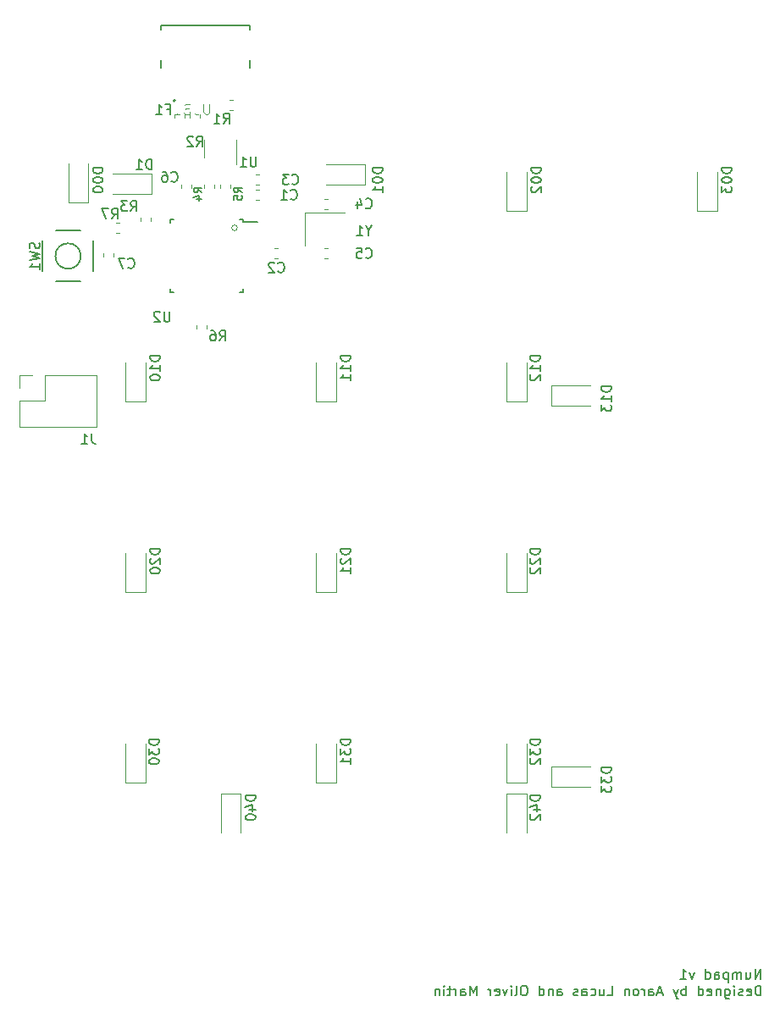
<source format=gbo>
G04 #@! TF.GenerationSoftware,KiCad,Pcbnew,(5.1.4-0-10_14)*
G04 #@! TF.CreationDate,2020-10-24T19:39:48+11:00*
G04 #@! TF.ProjectId,Numpad,4e756d70-6164-42e6-9b69-6361645f7063,rev?*
G04 #@! TF.SameCoordinates,Original*
G04 #@! TF.FileFunction,Legend,Bot*
G04 #@! TF.FilePolarity,Positive*
%FSLAX46Y46*%
G04 Gerber Fmt 4.6, Leading zero omitted, Abs format (unit mm)*
G04 Created by KiCad (PCBNEW (5.1.4-0-10_14)) date 2020-10-24 19:39:48*
%MOMM*%
%LPD*%
G04 APERTURE LIST*
%ADD10C,0.120000*%
%ADD11C,0.150000*%
%ADD12C,0.200000*%
%ADD13C,0.127000*%
%ADD14C,0.203200*%
%ADD15C,0.015000*%
%ADD16C,4.502000*%
%ADD17O,1.302000X2.502000*%
%ADD18O,1.260000X2.418000*%
%ADD19C,0.732000*%
%ADD20R,1.102000X2.102000*%
%ADD21C,0.702000*%
%ADD22R,0.372000X1.102000*%
%ADD23R,0.622000X1.102000*%
%ADD24C,0.100000*%
%ADD25C,0.977000*%
%ADD26R,0.752000X1.162000*%
%ADD27R,1.502000X1.302000*%
%ADD28R,1.302000X1.002000*%
%ADD29R,0.965200X1.727200*%
%ADD30O,1.802000X1.802000*%
%ADD31R,1.802000X1.802000*%
%ADD32R,1.002000X1.302000*%
%ADD33C,2.352000*%
%ADD34C,4.089800*%
%ADD35C,1.852000*%
%ADD36R,0.652000X1.702000*%
%ADD37R,1.702000X0.652000*%
%ADD38C,3.150000*%
G04 APERTURE END LIST*
D10*
X104804981Y-62200020D02*
G75*
G03X104804981Y-62200020I-283981J0D01*
G01*
D11*
X157144404Y-137295380D02*
X157144404Y-136295380D01*
X156572976Y-137295380D01*
X156572976Y-136295380D01*
X155668214Y-136628714D02*
X155668214Y-137295380D01*
X156096785Y-136628714D02*
X156096785Y-137152523D01*
X156049166Y-137247761D01*
X155953928Y-137295380D01*
X155811071Y-137295380D01*
X155715833Y-137247761D01*
X155668214Y-137200142D01*
X155192023Y-137295380D02*
X155192023Y-136628714D01*
X155192023Y-136723952D02*
X155144404Y-136676333D01*
X155049166Y-136628714D01*
X154906309Y-136628714D01*
X154811071Y-136676333D01*
X154763452Y-136771571D01*
X154763452Y-137295380D01*
X154763452Y-136771571D02*
X154715833Y-136676333D01*
X154620595Y-136628714D01*
X154477738Y-136628714D01*
X154382500Y-136676333D01*
X154334880Y-136771571D01*
X154334880Y-137295380D01*
X153858690Y-136628714D02*
X153858690Y-137628714D01*
X153858690Y-136676333D02*
X153763452Y-136628714D01*
X153572976Y-136628714D01*
X153477738Y-136676333D01*
X153430119Y-136723952D01*
X153382500Y-136819190D01*
X153382500Y-137104904D01*
X153430119Y-137200142D01*
X153477738Y-137247761D01*
X153572976Y-137295380D01*
X153763452Y-137295380D01*
X153858690Y-137247761D01*
X152525357Y-137295380D02*
X152525357Y-136771571D01*
X152572976Y-136676333D01*
X152668214Y-136628714D01*
X152858690Y-136628714D01*
X152953928Y-136676333D01*
X152525357Y-137247761D02*
X152620595Y-137295380D01*
X152858690Y-137295380D01*
X152953928Y-137247761D01*
X153001547Y-137152523D01*
X153001547Y-137057285D01*
X152953928Y-136962047D01*
X152858690Y-136914428D01*
X152620595Y-136914428D01*
X152525357Y-136866809D01*
X151620595Y-137295380D02*
X151620595Y-136295380D01*
X151620595Y-137247761D02*
X151715833Y-137295380D01*
X151906309Y-137295380D01*
X152001547Y-137247761D01*
X152049166Y-137200142D01*
X152096785Y-137104904D01*
X152096785Y-136819190D01*
X152049166Y-136723952D01*
X152001547Y-136676333D01*
X151906309Y-136628714D01*
X151715833Y-136628714D01*
X151620595Y-136676333D01*
X150477738Y-136628714D02*
X150239642Y-137295380D01*
X150001547Y-136628714D01*
X149096785Y-137295380D02*
X149668214Y-137295380D01*
X149382500Y-137295380D02*
X149382500Y-136295380D01*
X149477738Y-136438238D01*
X149572976Y-136533476D01*
X149668214Y-136581095D01*
X157144404Y-138945380D02*
X157144404Y-137945380D01*
X156906309Y-137945380D01*
X156763452Y-137993000D01*
X156668214Y-138088238D01*
X156620595Y-138183476D01*
X156572976Y-138373952D01*
X156572976Y-138516809D01*
X156620595Y-138707285D01*
X156668214Y-138802523D01*
X156763452Y-138897761D01*
X156906309Y-138945380D01*
X157144404Y-138945380D01*
X155763452Y-138897761D02*
X155858690Y-138945380D01*
X156049166Y-138945380D01*
X156144404Y-138897761D01*
X156192023Y-138802523D01*
X156192023Y-138421571D01*
X156144404Y-138326333D01*
X156049166Y-138278714D01*
X155858690Y-138278714D01*
X155763452Y-138326333D01*
X155715833Y-138421571D01*
X155715833Y-138516809D01*
X156192023Y-138612047D01*
X155334880Y-138897761D02*
X155239642Y-138945380D01*
X155049166Y-138945380D01*
X154953928Y-138897761D01*
X154906309Y-138802523D01*
X154906309Y-138754904D01*
X154953928Y-138659666D01*
X155049166Y-138612047D01*
X155192023Y-138612047D01*
X155287261Y-138564428D01*
X155334880Y-138469190D01*
X155334880Y-138421571D01*
X155287261Y-138326333D01*
X155192023Y-138278714D01*
X155049166Y-138278714D01*
X154953928Y-138326333D01*
X154477738Y-138945380D02*
X154477738Y-138278714D01*
X154477738Y-137945380D02*
X154525357Y-137993000D01*
X154477738Y-138040619D01*
X154430119Y-137993000D01*
X154477738Y-137945380D01*
X154477738Y-138040619D01*
X153572976Y-138278714D02*
X153572976Y-139088238D01*
X153620595Y-139183476D01*
X153668214Y-139231095D01*
X153763452Y-139278714D01*
X153906309Y-139278714D01*
X154001547Y-139231095D01*
X153572976Y-138897761D02*
X153668214Y-138945380D01*
X153858690Y-138945380D01*
X153953928Y-138897761D01*
X154001547Y-138850142D01*
X154049166Y-138754904D01*
X154049166Y-138469190D01*
X154001547Y-138373952D01*
X153953928Y-138326333D01*
X153858690Y-138278714D01*
X153668214Y-138278714D01*
X153572976Y-138326333D01*
X153096785Y-138278714D02*
X153096785Y-138945380D01*
X153096785Y-138373952D02*
X153049166Y-138326333D01*
X152953928Y-138278714D01*
X152811071Y-138278714D01*
X152715833Y-138326333D01*
X152668214Y-138421571D01*
X152668214Y-138945380D01*
X151811071Y-138897761D02*
X151906309Y-138945380D01*
X152096785Y-138945380D01*
X152192023Y-138897761D01*
X152239642Y-138802523D01*
X152239642Y-138421571D01*
X152192023Y-138326333D01*
X152096785Y-138278714D01*
X151906309Y-138278714D01*
X151811071Y-138326333D01*
X151763452Y-138421571D01*
X151763452Y-138516809D01*
X152239642Y-138612047D01*
X150906309Y-138945380D02*
X150906309Y-137945380D01*
X150906309Y-138897761D02*
X151001547Y-138945380D01*
X151192023Y-138945380D01*
X151287261Y-138897761D01*
X151334880Y-138850142D01*
X151382500Y-138754904D01*
X151382500Y-138469190D01*
X151334880Y-138373952D01*
X151287261Y-138326333D01*
X151192023Y-138278714D01*
X151001547Y-138278714D01*
X150906309Y-138326333D01*
X149668214Y-138945380D02*
X149668214Y-137945380D01*
X149668214Y-138326333D02*
X149572976Y-138278714D01*
X149382500Y-138278714D01*
X149287261Y-138326333D01*
X149239642Y-138373952D01*
X149192023Y-138469190D01*
X149192023Y-138754904D01*
X149239642Y-138850142D01*
X149287261Y-138897761D01*
X149382500Y-138945380D01*
X149572976Y-138945380D01*
X149668214Y-138897761D01*
X148858690Y-138278714D02*
X148620595Y-138945380D01*
X148382500Y-138278714D02*
X148620595Y-138945380D01*
X148715833Y-139183476D01*
X148763452Y-139231095D01*
X148858690Y-139278714D01*
X147287261Y-138659666D02*
X146811071Y-138659666D01*
X147382500Y-138945380D02*
X147049166Y-137945380D01*
X146715833Y-138945380D01*
X145953928Y-138945380D02*
X145953928Y-138421571D01*
X146001547Y-138326333D01*
X146096785Y-138278714D01*
X146287261Y-138278714D01*
X146382500Y-138326333D01*
X145953928Y-138897761D02*
X146049166Y-138945380D01*
X146287261Y-138945380D01*
X146382500Y-138897761D01*
X146430119Y-138802523D01*
X146430119Y-138707285D01*
X146382500Y-138612047D01*
X146287261Y-138564428D01*
X146049166Y-138564428D01*
X145953928Y-138516809D01*
X145477738Y-138945380D02*
X145477738Y-138278714D01*
X145477738Y-138469190D02*
X145430119Y-138373952D01*
X145382500Y-138326333D01*
X145287261Y-138278714D01*
X145192023Y-138278714D01*
X144715833Y-138945380D02*
X144811071Y-138897761D01*
X144858690Y-138850142D01*
X144906309Y-138754904D01*
X144906309Y-138469190D01*
X144858690Y-138373952D01*
X144811071Y-138326333D01*
X144715833Y-138278714D01*
X144572976Y-138278714D01*
X144477738Y-138326333D01*
X144430119Y-138373952D01*
X144382500Y-138469190D01*
X144382500Y-138754904D01*
X144430119Y-138850142D01*
X144477738Y-138897761D01*
X144572976Y-138945380D01*
X144715833Y-138945380D01*
X143953928Y-138278714D02*
X143953928Y-138945380D01*
X143953928Y-138373952D02*
X143906309Y-138326333D01*
X143811071Y-138278714D01*
X143668214Y-138278714D01*
X143572976Y-138326333D01*
X143525357Y-138421571D01*
X143525357Y-138945380D01*
X141811071Y-138945380D02*
X142287261Y-138945380D01*
X142287261Y-137945380D01*
X141049166Y-138278714D02*
X141049166Y-138945380D01*
X141477738Y-138278714D02*
X141477738Y-138802523D01*
X141430119Y-138897761D01*
X141334880Y-138945380D01*
X141192023Y-138945380D01*
X141096785Y-138897761D01*
X141049166Y-138850142D01*
X140144404Y-138897761D02*
X140239642Y-138945380D01*
X140430119Y-138945380D01*
X140525357Y-138897761D01*
X140572976Y-138850142D01*
X140620595Y-138754904D01*
X140620595Y-138469190D01*
X140572976Y-138373952D01*
X140525357Y-138326333D01*
X140430119Y-138278714D01*
X140239642Y-138278714D01*
X140144404Y-138326333D01*
X139287261Y-138945380D02*
X139287261Y-138421571D01*
X139334880Y-138326333D01*
X139430119Y-138278714D01*
X139620595Y-138278714D01*
X139715833Y-138326333D01*
X139287261Y-138897761D02*
X139382500Y-138945380D01*
X139620595Y-138945380D01*
X139715833Y-138897761D01*
X139763452Y-138802523D01*
X139763452Y-138707285D01*
X139715833Y-138612047D01*
X139620595Y-138564428D01*
X139382500Y-138564428D01*
X139287261Y-138516809D01*
X138858690Y-138897761D02*
X138763452Y-138945380D01*
X138572976Y-138945380D01*
X138477738Y-138897761D01*
X138430119Y-138802523D01*
X138430119Y-138754904D01*
X138477738Y-138659666D01*
X138572976Y-138612047D01*
X138715833Y-138612047D01*
X138811071Y-138564428D01*
X138858690Y-138469190D01*
X138858690Y-138421571D01*
X138811071Y-138326333D01*
X138715833Y-138278714D01*
X138572976Y-138278714D01*
X138477738Y-138326333D01*
X136811071Y-138945380D02*
X136811071Y-138421571D01*
X136858690Y-138326333D01*
X136953928Y-138278714D01*
X137144404Y-138278714D01*
X137239642Y-138326333D01*
X136811071Y-138897761D02*
X136906309Y-138945380D01*
X137144404Y-138945380D01*
X137239642Y-138897761D01*
X137287261Y-138802523D01*
X137287261Y-138707285D01*
X137239642Y-138612047D01*
X137144404Y-138564428D01*
X136906309Y-138564428D01*
X136811071Y-138516809D01*
X136334880Y-138278714D02*
X136334880Y-138945380D01*
X136334880Y-138373952D02*
X136287261Y-138326333D01*
X136192023Y-138278714D01*
X136049166Y-138278714D01*
X135953928Y-138326333D01*
X135906309Y-138421571D01*
X135906309Y-138945380D01*
X135001547Y-138945380D02*
X135001547Y-137945380D01*
X135001547Y-138897761D02*
X135096785Y-138945380D01*
X135287261Y-138945380D01*
X135382500Y-138897761D01*
X135430119Y-138850142D01*
X135477738Y-138754904D01*
X135477738Y-138469190D01*
X135430119Y-138373952D01*
X135382500Y-138326333D01*
X135287261Y-138278714D01*
X135096785Y-138278714D01*
X135001547Y-138326333D01*
X133572976Y-137945380D02*
X133382500Y-137945380D01*
X133287261Y-137993000D01*
X133192023Y-138088238D01*
X133144404Y-138278714D01*
X133144404Y-138612047D01*
X133192023Y-138802523D01*
X133287261Y-138897761D01*
X133382500Y-138945380D01*
X133572976Y-138945380D01*
X133668214Y-138897761D01*
X133763452Y-138802523D01*
X133811071Y-138612047D01*
X133811071Y-138278714D01*
X133763452Y-138088238D01*
X133668214Y-137993000D01*
X133572976Y-137945380D01*
X132572976Y-138945380D02*
X132668214Y-138897761D01*
X132715833Y-138802523D01*
X132715833Y-137945380D01*
X132192023Y-138945380D02*
X132192023Y-138278714D01*
X132192023Y-137945380D02*
X132239642Y-137993000D01*
X132192023Y-138040619D01*
X132144404Y-137993000D01*
X132192023Y-137945380D01*
X132192023Y-138040619D01*
X131811071Y-138278714D02*
X131572976Y-138945380D01*
X131334880Y-138278714D01*
X130572976Y-138897761D02*
X130668214Y-138945380D01*
X130858690Y-138945380D01*
X130953928Y-138897761D01*
X131001547Y-138802523D01*
X131001547Y-138421571D01*
X130953928Y-138326333D01*
X130858690Y-138278714D01*
X130668214Y-138278714D01*
X130572976Y-138326333D01*
X130525357Y-138421571D01*
X130525357Y-138516809D01*
X131001547Y-138612047D01*
X130096785Y-138945380D02*
X130096785Y-138278714D01*
X130096785Y-138469190D02*
X130049166Y-138373952D01*
X130001547Y-138326333D01*
X129906309Y-138278714D01*
X129811071Y-138278714D01*
X128715833Y-138945380D02*
X128715833Y-137945380D01*
X128382500Y-138659666D01*
X128049166Y-137945380D01*
X128049166Y-138945380D01*
X127144404Y-138945380D02*
X127144404Y-138421571D01*
X127192023Y-138326333D01*
X127287261Y-138278714D01*
X127477738Y-138278714D01*
X127572976Y-138326333D01*
X127144404Y-138897761D02*
X127239642Y-138945380D01*
X127477738Y-138945380D01*
X127572976Y-138897761D01*
X127620595Y-138802523D01*
X127620595Y-138707285D01*
X127572976Y-138612047D01*
X127477738Y-138564428D01*
X127239642Y-138564428D01*
X127144404Y-138516809D01*
X126668214Y-138945380D02*
X126668214Y-138278714D01*
X126668214Y-138469190D02*
X126620595Y-138373952D01*
X126572976Y-138326333D01*
X126477738Y-138278714D01*
X126382500Y-138278714D01*
X126192023Y-138278714D02*
X125811071Y-138278714D01*
X126049166Y-137945380D02*
X126049166Y-138802523D01*
X126001547Y-138897761D01*
X125906309Y-138945380D01*
X125811071Y-138945380D01*
X125477738Y-138945380D02*
X125477738Y-138278714D01*
X125477738Y-137945380D02*
X125525357Y-137993000D01*
X125477738Y-138040619D01*
X125430119Y-137993000D01*
X125477738Y-137945380D01*
X125477738Y-138040619D01*
X125001547Y-138278714D02*
X125001547Y-138945380D01*
X125001547Y-138373952D02*
X124953928Y-138326333D01*
X124858690Y-138278714D01*
X124715833Y-138278714D01*
X124620595Y-138326333D01*
X124572976Y-138421571D01*
X124572976Y-138945380D01*
D12*
X98600000Y-49490000D02*
G75*
G03X98600000Y-49490000I-100000J0D01*
G01*
D13*
X97130000Y-46185000D02*
X97130000Y-45420000D01*
X97130000Y-41940000D02*
X97130000Y-42360000D01*
X106070000Y-41940000D02*
X97130000Y-41940000D01*
X106070000Y-42360000D02*
X106070000Y-41940000D01*
X106070000Y-46185000D02*
X106070000Y-45420000D01*
D10*
X93022779Y-62740000D02*
X92697221Y-62740000D01*
X93022779Y-61720000D02*
X92697221Y-61720000D01*
X100709000Y-72284779D02*
X100709000Y-71959221D01*
X101729000Y-72284779D02*
X101729000Y-71959221D01*
X103122000Y-58201779D02*
X103122000Y-57876221D01*
X104142000Y-58201779D02*
X104142000Y-57876221D01*
X101471000Y-58201779D02*
X101471000Y-57876221D01*
X102491000Y-58201779D02*
X102491000Y-57876221D01*
X96141000Y-61178221D02*
X96141000Y-61503779D01*
X95121000Y-61178221D02*
X95121000Y-61503779D01*
X101094000Y-50891221D02*
X101094000Y-51216779D01*
X100074000Y-50891221D02*
X100074000Y-51216779D01*
X104002721Y-49401000D02*
X104328279Y-49401000D01*
X104002721Y-50421000D02*
X104328279Y-50421000D01*
X98550000Y-51216779D02*
X98550000Y-50891221D01*
X99570000Y-51216779D02*
X99570000Y-50891221D01*
X92458000Y-64748221D02*
X92458000Y-65073779D01*
X91438000Y-64748221D02*
X91438000Y-65073779D01*
X99185000Y-58215779D02*
X99185000Y-57890221D01*
X100205000Y-58215779D02*
X100205000Y-57890221D01*
X113827779Y-65280000D02*
X113502221Y-65280000D01*
X113827779Y-64260000D02*
X113502221Y-64260000D01*
X113525221Y-59307000D02*
X113850779Y-59307000D01*
X113525221Y-60327000D02*
X113850779Y-60327000D01*
X106658221Y-56894000D02*
X106983779Y-56894000D01*
X106658221Y-57914000D02*
X106983779Y-57914000D01*
X108549221Y-64260000D02*
X108874779Y-64260000D01*
X108549221Y-65280000D02*
X108874779Y-65280000D01*
X106658221Y-58418000D02*
X106983779Y-58418000D01*
X106658221Y-59438000D02*
X106983779Y-59438000D01*
X104734000Y-53413000D02*
X104734000Y-55863000D01*
X101514000Y-55213000D02*
X101514000Y-53413000D01*
X111581000Y-60668000D02*
X115581000Y-60668000D01*
X111581000Y-63968000D02*
X111581000Y-60668000D01*
X89900000Y-59655000D02*
X89900000Y-55755000D01*
X87900000Y-59655000D02*
X87900000Y-55755000D01*
X89900000Y-59655000D02*
X87900000Y-59655000D01*
D14*
X89154000Y-65024000D02*
G75*
G03X89154000Y-65024000I-1270000J0D01*
G01*
X85344000Y-63484760D02*
X85344000Y-66563240D01*
X89123520Y-62484000D02*
X86644480Y-62484000D01*
X90424000Y-66563240D02*
X90424000Y-63484760D01*
X86644480Y-67564000D02*
X89154000Y-67564000D01*
D10*
X82998000Y-76902000D02*
X82998000Y-78232000D01*
X84328000Y-76902000D02*
X82998000Y-76902000D01*
X82998000Y-79502000D02*
X82998000Y-82102000D01*
X85598000Y-79502000D02*
X82998000Y-79502000D01*
X85598000Y-76902000D02*
X85598000Y-79502000D01*
X82998000Y-82102000D02*
X90738000Y-82102000D01*
X85598000Y-76902000D02*
X90738000Y-76902000D01*
X90738000Y-76902000D02*
X90738000Y-82102000D01*
X96229000Y-56785000D02*
X92329000Y-56785000D01*
X96229000Y-58785000D02*
X92329000Y-58785000D01*
X96229000Y-56785000D02*
X96229000Y-58785000D01*
D11*
X105358500Y-61619500D02*
X106783500Y-61619500D01*
X98108500Y-61394500D02*
X98433500Y-61394500D01*
X98108500Y-68644500D02*
X98433500Y-68644500D01*
X105358500Y-68644500D02*
X105033500Y-68644500D01*
X105358500Y-61394500D02*
X105033500Y-61394500D01*
X105358500Y-68644500D02*
X105358500Y-68319500D01*
X98108500Y-68644500D02*
X98108500Y-68319500D01*
X98108500Y-61394500D02*
X98108500Y-61719500D01*
X105358500Y-61394500D02*
X105358500Y-61619500D01*
D10*
X117566000Y-55896000D02*
X113666000Y-55896000D01*
X117566000Y-57896000D02*
X113666000Y-57896000D01*
X117566000Y-55896000D02*
X117566000Y-57896000D01*
X95615000Y-79592000D02*
X95615000Y-75692000D01*
X93615000Y-79592000D02*
X93615000Y-75692000D01*
X95615000Y-79592000D02*
X93615000Y-79592000D01*
X152765000Y-60542000D02*
X152765000Y-56642000D01*
X150765000Y-60542000D02*
X150765000Y-56642000D01*
X152765000Y-60542000D02*
X150765000Y-60542000D01*
X131715000Y-118780000D02*
X131715000Y-122680000D01*
X133715000Y-118780000D02*
X133715000Y-122680000D01*
X131715000Y-118780000D02*
X133715000Y-118780000D01*
X103140000Y-118780000D02*
X103140000Y-122680000D01*
X105140000Y-118780000D02*
X105140000Y-122680000D01*
X103140000Y-118780000D02*
X105140000Y-118780000D01*
X136179000Y-118094000D02*
X140079000Y-118094000D01*
X136179000Y-116094000D02*
X140079000Y-116094000D01*
X136179000Y-118094000D02*
X136179000Y-116094000D01*
X133715000Y-117694000D02*
X133715000Y-113794000D01*
X131715000Y-117694000D02*
X131715000Y-113794000D01*
X133715000Y-117694000D02*
X131715000Y-117694000D01*
X114665000Y-117693000D02*
X114665000Y-113793000D01*
X112665000Y-117693000D02*
X112665000Y-113793000D01*
X114665000Y-117693000D02*
X112665000Y-117693000D01*
X95615000Y-117692000D02*
X95615000Y-113792000D01*
X93615000Y-117692000D02*
X93615000Y-113792000D01*
X95615000Y-117692000D02*
X93615000Y-117692000D01*
X133715000Y-98643000D02*
X133715000Y-94743000D01*
X131715000Y-98643000D02*
X131715000Y-94743000D01*
X133715000Y-98643000D02*
X131715000Y-98643000D01*
X114665000Y-98644000D02*
X114665000Y-94744000D01*
X112665000Y-98644000D02*
X112665000Y-94744000D01*
X114665000Y-98644000D02*
X112665000Y-98644000D01*
X95616000Y-98643000D02*
X95616000Y-94743000D01*
X93616000Y-98643000D02*
X93616000Y-94743000D01*
X95616000Y-98643000D02*
X93616000Y-98643000D01*
X136180000Y-79994000D02*
X140080000Y-79994000D01*
X136180000Y-77994000D02*
X140080000Y-77994000D01*
X136180000Y-79994000D02*
X136180000Y-77994000D01*
X133715000Y-79592000D02*
X133715000Y-75692000D01*
X131715000Y-79592000D02*
X131715000Y-75692000D01*
X133715000Y-79592000D02*
X131715000Y-79592000D01*
X114665000Y-79592000D02*
X114665000Y-75692000D01*
X112665000Y-79592000D02*
X112665000Y-75692000D01*
X114665000Y-79592000D02*
X112665000Y-79592000D01*
X133715000Y-60542000D02*
X133715000Y-56642000D01*
X131715000Y-60542000D02*
X131715000Y-56642000D01*
X133715000Y-60542000D02*
X131715000Y-60542000D01*
D15*
X102013095Y-49827380D02*
X102013095Y-50636904D01*
X101965476Y-50732142D01*
X101917857Y-50779761D01*
X101822619Y-50827380D01*
X101632142Y-50827380D01*
X101536904Y-50779761D01*
X101489285Y-50732142D01*
X101441666Y-50636904D01*
X101441666Y-49827380D01*
X101013095Y-50779761D02*
X100870238Y-50827380D01*
X100632142Y-50827380D01*
X100536904Y-50779761D01*
X100489285Y-50732142D01*
X100441666Y-50636904D01*
X100441666Y-50541666D01*
X100489285Y-50446428D01*
X100536904Y-50398809D01*
X100632142Y-50351190D01*
X100822619Y-50303571D01*
X100917857Y-50255952D01*
X100965476Y-50208333D01*
X101013095Y-50113095D01*
X101013095Y-50017857D01*
X100965476Y-49922619D01*
X100917857Y-49875000D01*
X100822619Y-49827380D01*
X100584523Y-49827380D01*
X100441666Y-49875000D01*
X99679761Y-50303571D02*
X99536904Y-50351190D01*
X99489285Y-50398809D01*
X99441666Y-50494047D01*
X99441666Y-50636904D01*
X99489285Y-50732142D01*
X99536904Y-50779761D01*
X99632142Y-50827380D01*
X100013095Y-50827380D01*
X100013095Y-49827380D01*
X99679761Y-49827380D01*
X99584523Y-49875000D01*
X99536904Y-49922619D01*
X99489285Y-50017857D01*
X99489285Y-50113095D01*
X99536904Y-50208333D01*
X99584523Y-50255952D01*
X99679761Y-50303571D01*
X100013095Y-50303571D01*
X98489285Y-50827380D02*
X99060714Y-50827380D01*
X98775000Y-50827380D02*
X98775000Y-49827380D01*
X98870238Y-49970238D01*
X98965476Y-50065476D01*
X99060714Y-50113095D01*
D11*
X92241666Y-61285380D02*
X92575000Y-60809190D01*
X92813095Y-61285380D02*
X92813095Y-60285380D01*
X92432142Y-60285380D01*
X92336904Y-60333000D01*
X92289285Y-60380619D01*
X92241666Y-60475857D01*
X92241666Y-60618714D01*
X92289285Y-60713952D01*
X92336904Y-60761571D01*
X92432142Y-60809190D01*
X92813095Y-60809190D01*
X91908333Y-60285380D02*
X91241666Y-60285380D01*
X91670238Y-61285380D01*
X103036666Y-73477380D02*
X103370000Y-73001190D01*
X103608095Y-73477380D02*
X103608095Y-72477380D01*
X103227142Y-72477380D01*
X103131904Y-72525000D01*
X103084285Y-72572619D01*
X103036666Y-72667857D01*
X103036666Y-72810714D01*
X103084285Y-72905952D01*
X103131904Y-72953571D01*
X103227142Y-73001190D01*
X103608095Y-73001190D01*
X102179523Y-72477380D02*
X102370000Y-72477380D01*
X102465238Y-72525000D01*
X102512857Y-72572619D01*
X102608095Y-72715476D01*
X102655714Y-72905952D01*
X102655714Y-73286904D01*
X102608095Y-73382142D01*
X102560476Y-73429761D01*
X102465238Y-73477380D01*
X102274761Y-73477380D01*
X102179523Y-73429761D01*
X102131904Y-73382142D01*
X102084285Y-73286904D01*
X102084285Y-73048809D01*
X102131904Y-72953571D01*
X102179523Y-72905952D01*
X102274761Y-72858333D01*
X102465238Y-72858333D01*
X102560476Y-72905952D01*
X102608095Y-72953571D01*
X102655714Y-73048809D01*
X105263904Y-58667666D02*
X104882952Y-58401000D01*
X105263904Y-58210523D02*
X104463904Y-58210523D01*
X104463904Y-58515285D01*
X104502000Y-58591476D01*
X104540095Y-58629571D01*
X104616285Y-58667666D01*
X104730571Y-58667666D01*
X104806761Y-58629571D01*
X104844857Y-58591476D01*
X104882952Y-58515285D01*
X104882952Y-58210523D01*
X104463904Y-59391476D02*
X104463904Y-59010523D01*
X104844857Y-58972428D01*
X104806761Y-59010523D01*
X104768666Y-59086714D01*
X104768666Y-59277190D01*
X104806761Y-59353380D01*
X104844857Y-59391476D01*
X104921047Y-59429571D01*
X105111523Y-59429571D01*
X105187714Y-59391476D01*
X105225809Y-59353380D01*
X105263904Y-59277190D01*
X105263904Y-59086714D01*
X105225809Y-59010523D01*
X105187714Y-58972428D01*
X101263404Y-58667666D02*
X100882452Y-58401000D01*
X101263404Y-58210523D02*
X100463404Y-58210523D01*
X100463404Y-58515285D01*
X100501500Y-58591476D01*
X100539595Y-58629571D01*
X100615785Y-58667666D01*
X100730071Y-58667666D01*
X100806261Y-58629571D01*
X100844357Y-58591476D01*
X100882452Y-58515285D01*
X100882452Y-58210523D01*
X100730071Y-59353380D02*
X101263404Y-59353380D01*
X100425309Y-59162904D02*
X100996738Y-58972428D01*
X100996738Y-59467666D01*
X94146666Y-60523380D02*
X94480000Y-60047190D01*
X94718095Y-60523380D02*
X94718095Y-59523380D01*
X94337142Y-59523380D01*
X94241904Y-59571000D01*
X94194285Y-59618619D01*
X94146666Y-59713857D01*
X94146666Y-59856714D01*
X94194285Y-59951952D01*
X94241904Y-59999571D01*
X94337142Y-60047190D01*
X94718095Y-60047190D01*
X93813333Y-59523380D02*
X93194285Y-59523380D01*
X93527619Y-59904333D01*
X93384761Y-59904333D01*
X93289523Y-59951952D01*
X93241904Y-59999571D01*
X93194285Y-60094809D01*
X93194285Y-60332904D01*
X93241904Y-60428142D01*
X93289523Y-60475761D01*
X93384761Y-60523380D01*
X93670476Y-60523380D01*
X93765714Y-60475761D01*
X93813333Y-60428142D01*
X100750666Y-54046380D02*
X101084000Y-53570190D01*
X101322095Y-54046380D02*
X101322095Y-53046380D01*
X100941142Y-53046380D01*
X100845904Y-53094000D01*
X100798285Y-53141619D01*
X100750666Y-53236857D01*
X100750666Y-53379714D01*
X100798285Y-53474952D01*
X100845904Y-53522571D01*
X100941142Y-53570190D01*
X101322095Y-53570190D01*
X100369714Y-53141619D02*
X100322095Y-53094000D01*
X100226857Y-53046380D01*
X99988761Y-53046380D01*
X99893523Y-53094000D01*
X99845904Y-53141619D01*
X99798285Y-53236857D01*
X99798285Y-53332095D01*
X99845904Y-53474952D01*
X100417333Y-54046380D01*
X99798285Y-54046380D01*
X103417666Y-51760380D02*
X103751000Y-51284190D01*
X103989095Y-51760380D02*
X103989095Y-50760380D01*
X103608142Y-50760380D01*
X103512904Y-50808000D01*
X103465285Y-50855619D01*
X103417666Y-50950857D01*
X103417666Y-51093714D01*
X103465285Y-51188952D01*
X103512904Y-51236571D01*
X103608142Y-51284190D01*
X103989095Y-51284190D01*
X102465285Y-51760380D02*
X103036714Y-51760380D01*
X102751000Y-51760380D02*
X102751000Y-50760380D01*
X102846238Y-50903238D01*
X102941476Y-50998476D01*
X103036714Y-51046095D01*
X97742333Y-50361571D02*
X98075666Y-50361571D01*
X98075666Y-50885380D02*
X98075666Y-49885380D01*
X97599476Y-49885380D01*
X96694714Y-50885380D02*
X97266142Y-50885380D01*
X96980428Y-50885380D02*
X96980428Y-49885380D01*
X97075666Y-50028238D01*
X97170904Y-50123476D01*
X97266142Y-50171095D01*
X93892666Y-66143142D02*
X93940285Y-66190761D01*
X94083142Y-66238380D01*
X94178380Y-66238380D01*
X94321238Y-66190761D01*
X94416476Y-66095523D01*
X94464095Y-66000285D01*
X94511714Y-65809809D01*
X94511714Y-65666952D01*
X94464095Y-65476476D01*
X94416476Y-65381238D01*
X94321238Y-65286000D01*
X94178380Y-65238380D01*
X94083142Y-65238380D01*
X93940285Y-65286000D01*
X93892666Y-65333619D01*
X93559333Y-65238380D02*
X92892666Y-65238380D01*
X93321238Y-66238380D01*
X98210666Y-57507142D02*
X98258285Y-57554761D01*
X98401142Y-57602380D01*
X98496380Y-57602380D01*
X98639238Y-57554761D01*
X98734476Y-57459523D01*
X98782095Y-57364285D01*
X98829714Y-57173809D01*
X98829714Y-57030952D01*
X98782095Y-56840476D01*
X98734476Y-56745238D01*
X98639238Y-56650000D01*
X98496380Y-56602380D01*
X98401142Y-56602380D01*
X98258285Y-56650000D01*
X98210666Y-56697619D01*
X97353523Y-56602380D02*
X97544000Y-56602380D01*
X97639238Y-56650000D01*
X97686857Y-56697619D01*
X97782095Y-56840476D01*
X97829714Y-57030952D01*
X97829714Y-57411904D01*
X97782095Y-57507142D01*
X97734476Y-57554761D01*
X97639238Y-57602380D01*
X97448761Y-57602380D01*
X97353523Y-57554761D01*
X97305904Y-57507142D01*
X97258285Y-57411904D01*
X97258285Y-57173809D01*
X97305904Y-57078571D01*
X97353523Y-57030952D01*
X97448761Y-56983333D01*
X97639238Y-56983333D01*
X97734476Y-57030952D01*
X97782095Y-57078571D01*
X97829714Y-57173809D01*
X117641666Y-65127142D02*
X117689285Y-65174761D01*
X117832142Y-65222380D01*
X117927380Y-65222380D01*
X118070238Y-65174761D01*
X118165476Y-65079523D01*
X118213095Y-64984285D01*
X118260714Y-64793809D01*
X118260714Y-64650952D01*
X118213095Y-64460476D01*
X118165476Y-64365238D01*
X118070238Y-64270000D01*
X117927380Y-64222380D01*
X117832142Y-64222380D01*
X117689285Y-64270000D01*
X117641666Y-64317619D01*
X116736904Y-64222380D02*
X117213095Y-64222380D01*
X117260714Y-64698571D01*
X117213095Y-64650952D01*
X117117857Y-64603333D01*
X116879761Y-64603333D01*
X116784523Y-64650952D01*
X116736904Y-64698571D01*
X116689285Y-64793809D01*
X116689285Y-65031904D01*
X116736904Y-65127142D01*
X116784523Y-65174761D01*
X116879761Y-65222380D01*
X117117857Y-65222380D01*
X117213095Y-65174761D01*
X117260714Y-65127142D01*
X117641666Y-60174142D02*
X117689285Y-60221761D01*
X117832142Y-60269380D01*
X117927380Y-60269380D01*
X118070238Y-60221761D01*
X118165476Y-60126523D01*
X118213095Y-60031285D01*
X118260714Y-59840809D01*
X118260714Y-59697952D01*
X118213095Y-59507476D01*
X118165476Y-59412238D01*
X118070238Y-59317000D01*
X117927380Y-59269380D01*
X117832142Y-59269380D01*
X117689285Y-59317000D01*
X117641666Y-59364619D01*
X116784523Y-59602714D02*
X116784523Y-60269380D01*
X117022619Y-59221761D02*
X117260714Y-59936047D01*
X116641666Y-59936047D01*
X110275666Y-57761142D02*
X110323285Y-57808761D01*
X110466142Y-57856380D01*
X110561380Y-57856380D01*
X110704238Y-57808761D01*
X110799476Y-57713523D01*
X110847095Y-57618285D01*
X110894714Y-57427809D01*
X110894714Y-57284952D01*
X110847095Y-57094476D01*
X110799476Y-56999238D01*
X110704238Y-56904000D01*
X110561380Y-56856380D01*
X110466142Y-56856380D01*
X110323285Y-56904000D01*
X110275666Y-56951619D01*
X109942333Y-56856380D02*
X109323285Y-56856380D01*
X109656619Y-57237333D01*
X109513761Y-57237333D01*
X109418523Y-57284952D01*
X109370904Y-57332571D01*
X109323285Y-57427809D01*
X109323285Y-57665904D01*
X109370904Y-57761142D01*
X109418523Y-57808761D01*
X109513761Y-57856380D01*
X109799476Y-57856380D01*
X109894714Y-57808761D01*
X109942333Y-57761142D01*
X108878666Y-66557142D02*
X108926285Y-66604761D01*
X109069142Y-66652380D01*
X109164380Y-66652380D01*
X109307238Y-66604761D01*
X109402476Y-66509523D01*
X109450095Y-66414285D01*
X109497714Y-66223809D01*
X109497714Y-66080952D01*
X109450095Y-65890476D01*
X109402476Y-65795238D01*
X109307238Y-65700000D01*
X109164380Y-65652380D01*
X109069142Y-65652380D01*
X108926285Y-65700000D01*
X108878666Y-65747619D01*
X108497714Y-65747619D02*
X108450095Y-65700000D01*
X108354857Y-65652380D01*
X108116761Y-65652380D01*
X108021523Y-65700000D01*
X107973904Y-65747619D01*
X107926285Y-65842857D01*
X107926285Y-65938095D01*
X107973904Y-66080952D01*
X108545333Y-66652380D01*
X107926285Y-66652380D01*
X110148666Y-59285142D02*
X110196285Y-59332761D01*
X110339142Y-59380380D01*
X110434380Y-59380380D01*
X110577238Y-59332761D01*
X110672476Y-59237523D01*
X110720095Y-59142285D01*
X110767714Y-58951809D01*
X110767714Y-58808952D01*
X110720095Y-58618476D01*
X110672476Y-58523238D01*
X110577238Y-58428000D01*
X110434380Y-58380380D01*
X110339142Y-58380380D01*
X110196285Y-58428000D01*
X110148666Y-58475619D01*
X109196285Y-59380380D02*
X109767714Y-59380380D01*
X109482000Y-59380380D02*
X109482000Y-58380380D01*
X109577238Y-58523238D01*
X109672476Y-58618476D01*
X109767714Y-58666095D01*
X106679904Y-55078380D02*
X106679904Y-55887904D01*
X106632285Y-55983142D01*
X106584666Y-56030761D01*
X106489428Y-56078380D01*
X106298952Y-56078380D01*
X106203714Y-56030761D01*
X106156095Y-55983142D01*
X106108476Y-55887904D01*
X106108476Y-55078380D01*
X105108476Y-56078380D02*
X105679904Y-56078380D01*
X105394190Y-56078380D02*
X105394190Y-55078380D01*
X105489428Y-55221238D01*
X105584666Y-55316476D01*
X105679904Y-55364095D01*
X117951190Y-62460190D02*
X117951190Y-62936380D01*
X118284523Y-61936380D02*
X117951190Y-62460190D01*
X117617857Y-61936380D01*
X116760714Y-62936380D02*
X117332142Y-62936380D01*
X117046428Y-62936380D02*
X117046428Y-61936380D01*
X117141666Y-62079238D01*
X117236904Y-62174476D01*
X117332142Y-62222095D01*
X91352380Y-56190714D02*
X90352380Y-56190714D01*
X90352380Y-56428809D01*
X90400000Y-56571666D01*
X90495238Y-56666904D01*
X90590476Y-56714523D01*
X90780952Y-56762142D01*
X90923809Y-56762142D01*
X91114285Y-56714523D01*
X91209523Y-56666904D01*
X91304761Y-56571666D01*
X91352380Y-56428809D01*
X91352380Y-56190714D01*
X90352380Y-57381190D02*
X90352380Y-57476428D01*
X90400000Y-57571666D01*
X90447619Y-57619285D01*
X90542857Y-57666904D01*
X90733333Y-57714523D01*
X90971428Y-57714523D01*
X91161904Y-57666904D01*
X91257142Y-57619285D01*
X91304761Y-57571666D01*
X91352380Y-57476428D01*
X91352380Y-57381190D01*
X91304761Y-57285952D01*
X91257142Y-57238333D01*
X91161904Y-57190714D01*
X90971428Y-57143095D01*
X90733333Y-57143095D01*
X90542857Y-57190714D01*
X90447619Y-57238333D01*
X90400000Y-57285952D01*
X90352380Y-57381190D01*
X90352380Y-58333571D02*
X90352380Y-58428809D01*
X90400000Y-58524047D01*
X90447619Y-58571666D01*
X90542857Y-58619285D01*
X90733333Y-58666904D01*
X90971428Y-58666904D01*
X91161904Y-58619285D01*
X91257142Y-58571666D01*
X91304761Y-58524047D01*
X91352380Y-58428809D01*
X91352380Y-58333571D01*
X91304761Y-58238333D01*
X91257142Y-58190714D01*
X91161904Y-58143095D01*
X90971428Y-58095476D01*
X90733333Y-58095476D01*
X90542857Y-58143095D01*
X90447619Y-58190714D01*
X90400000Y-58238333D01*
X90352380Y-58333571D01*
X84986761Y-63690666D02*
X85034380Y-63833523D01*
X85034380Y-64071619D01*
X84986761Y-64166857D01*
X84939142Y-64214476D01*
X84843904Y-64262095D01*
X84748666Y-64262095D01*
X84653428Y-64214476D01*
X84605809Y-64166857D01*
X84558190Y-64071619D01*
X84510571Y-63881142D01*
X84462952Y-63785904D01*
X84415333Y-63738285D01*
X84320095Y-63690666D01*
X84224857Y-63690666D01*
X84129619Y-63738285D01*
X84082000Y-63785904D01*
X84034380Y-63881142D01*
X84034380Y-64119238D01*
X84082000Y-64262095D01*
X84034380Y-64595428D02*
X85034380Y-64833523D01*
X84320095Y-65024000D01*
X85034380Y-65214476D01*
X84034380Y-65452571D01*
X85034380Y-66357333D02*
X85034380Y-65785904D01*
X85034380Y-66071619D02*
X84034380Y-66071619D01*
X84177238Y-65976380D01*
X84272476Y-65881142D01*
X84320095Y-65785904D01*
X90249333Y-82764380D02*
X90249333Y-83478666D01*
X90296952Y-83621523D01*
X90392190Y-83716761D01*
X90535047Y-83764380D01*
X90630285Y-83764380D01*
X89249333Y-83764380D02*
X89820761Y-83764380D01*
X89535047Y-83764380D02*
X89535047Y-82764380D01*
X89630285Y-82907238D01*
X89725523Y-83002476D01*
X89820761Y-83050095D01*
X96242095Y-56332380D02*
X96242095Y-55332380D01*
X96004000Y-55332380D01*
X95861142Y-55380000D01*
X95765904Y-55475238D01*
X95718285Y-55570476D01*
X95670666Y-55760952D01*
X95670666Y-55903809D01*
X95718285Y-56094285D01*
X95765904Y-56189523D01*
X95861142Y-56284761D01*
X96004000Y-56332380D01*
X96242095Y-56332380D01*
X94718285Y-56332380D02*
X95289714Y-56332380D01*
X95004000Y-56332380D02*
X95004000Y-55332380D01*
X95099238Y-55475238D01*
X95194476Y-55570476D01*
X95289714Y-55618095D01*
X98043904Y-70572380D02*
X98043904Y-71381904D01*
X97996285Y-71477142D01*
X97948666Y-71524761D01*
X97853428Y-71572380D01*
X97662952Y-71572380D01*
X97567714Y-71524761D01*
X97520095Y-71477142D01*
X97472476Y-71381904D01*
X97472476Y-70572380D01*
X97043904Y-70667619D02*
X96996285Y-70620000D01*
X96901047Y-70572380D01*
X96662952Y-70572380D01*
X96567714Y-70620000D01*
X96520095Y-70667619D01*
X96472476Y-70762857D01*
X96472476Y-70858095D01*
X96520095Y-71000952D01*
X97091523Y-71572380D01*
X96472476Y-71572380D01*
X119324380Y-56189714D02*
X118324380Y-56189714D01*
X118324380Y-56427809D01*
X118372000Y-56570666D01*
X118467238Y-56665904D01*
X118562476Y-56713523D01*
X118752952Y-56761142D01*
X118895809Y-56761142D01*
X119086285Y-56713523D01*
X119181523Y-56665904D01*
X119276761Y-56570666D01*
X119324380Y-56427809D01*
X119324380Y-56189714D01*
X118324380Y-57380190D02*
X118324380Y-57475428D01*
X118372000Y-57570666D01*
X118419619Y-57618285D01*
X118514857Y-57665904D01*
X118705333Y-57713523D01*
X118943428Y-57713523D01*
X119133904Y-57665904D01*
X119229142Y-57618285D01*
X119276761Y-57570666D01*
X119324380Y-57475428D01*
X119324380Y-57380190D01*
X119276761Y-57284952D01*
X119229142Y-57237333D01*
X119133904Y-57189714D01*
X118943428Y-57142095D01*
X118705333Y-57142095D01*
X118514857Y-57189714D01*
X118419619Y-57237333D01*
X118372000Y-57284952D01*
X118324380Y-57380190D01*
X119324380Y-58665904D02*
X119324380Y-58094476D01*
X119324380Y-58380190D02*
X118324380Y-58380190D01*
X118467238Y-58284952D01*
X118562476Y-58189714D01*
X118610095Y-58094476D01*
X97067380Y-74985714D02*
X96067380Y-74985714D01*
X96067380Y-75223809D01*
X96115000Y-75366666D01*
X96210238Y-75461904D01*
X96305476Y-75509523D01*
X96495952Y-75557142D01*
X96638809Y-75557142D01*
X96829285Y-75509523D01*
X96924523Y-75461904D01*
X97019761Y-75366666D01*
X97067380Y-75223809D01*
X97067380Y-74985714D01*
X97067380Y-76509523D02*
X97067380Y-75938095D01*
X97067380Y-76223809D02*
X96067380Y-76223809D01*
X96210238Y-76128571D01*
X96305476Y-76033333D01*
X96353095Y-75938095D01*
X96067380Y-77128571D02*
X96067380Y-77223809D01*
X96115000Y-77319047D01*
X96162619Y-77366666D01*
X96257857Y-77414285D01*
X96448333Y-77461904D01*
X96686428Y-77461904D01*
X96876904Y-77414285D01*
X96972142Y-77366666D01*
X97019761Y-77319047D01*
X97067380Y-77223809D01*
X97067380Y-77128571D01*
X97019761Y-77033333D01*
X96972142Y-76985714D01*
X96876904Y-76938095D01*
X96686428Y-76890476D01*
X96448333Y-76890476D01*
X96257857Y-76938095D01*
X96162619Y-76985714D01*
X96115000Y-77033333D01*
X96067380Y-77128571D01*
X154217380Y-56189714D02*
X153217380Y-56189714D01*
X153217380Y-56427809D01*
X153265000Y-56570666D01*
X153360238Y-56665904D01*
X153455476Y-56713523D01*
X153645952Y-56761142D01*
X153788809Y-56761142D01*
X153979285Y-56713523D01*
X154074523Y-56665904D01*
X154169761Y-56570666D01*
X154217380Y-56427809D01*
X154217380Y-56189714D01*
X153217380Y-57380190D02*
X153217380Y-57475428D01*
X153265000Y-57570666D01*
X153312619Y-57618285D01*
X153407857Y-57665904D01*
X153598333Y-57713523D01*
X153836428Y-57713523D01*
X154026904Y-57665904D01*
X154122142Y-57618285D01*
X154169761Y-57570666D01*
X154217380Y-57475428D01*
X154217380Y-57380190D01*
X154169761Y-57284952D01*
X154122142Y-57237333D01*
X154026904Y-57189714D01*
X153836428Y-57142095D01*
X153598333Y-57142095D01*
X153407857Y-57189714D01*
X153312619Y-57237333D01*
X153265000Y-57284952D01*
X153217380Y-57380190D01*
X153217380Y-58046857D02*
X153217380Y-58665904D01*
X153598333Y-58332571D01*
X153598333Y-58475428D01*
X153645952Y-58570666D01*
X153693571Y-58618285D01*
X153788809Y-58665904D01*
X154026904Y-58665904D01*
X154122142Y-58618285D01*
X154169761Y-58570666D01*
X154217380Y-58475428D01*
X154217380Y-58189714D01*
X154169761Y-58094476D01*
X154122142Y-58046857D01*
X135072380Y-118927714D02*
X134072380Y-118927714D01*
X134072380Y-119165809D01*
X134120000Y-119308666D01*
X134215238Y-119403904D01*
X134310476Y-119451523D01*
X134500952Y-119499142D01*
X134643809Y-119499142D01*
X134834285Y-119451523D01*
X134929523Y-119403904D01*
X135024761Y-119308666D01*
X135072380Y-119165809D01*
X135072380Y-118927714D01*
X134405714Y-120356285D02*
X135072380Y-120356285D01*
X134024761Y-120118190D02*
X134739047Y-119880095D01*
X134739047Y-120499142D01*
X134167619Y-120832476D02*
X134120000Y-120880095D01*
X134072380Y-120975333D01*
X134072380Y-121213428D01*
X134120000Y-121308666D01*
X134167619Y-121356285D01*
X134262857Y-121403904D01*
X134358095Y-121403904D01*
X134500952Y-121356285D01*
X135072380Y-120784857D01*
X135072380Y-121403904D01*
X106624380Y-118927714D02*
X105624380Y-118927714D01*
X105624380Y-119165809D01*
X105672000Y-119308666D01*
X105767238Y-119403904D01*
X105862476Y-119451523D01*
X106052952Y-119499142D01*
X106195809Y-119499142D01*
X106386285Y-119451523D01*
X106481523Y-119403904D01*
X106576761Y-119308666D01*
X106624380Y-119165809D01*
X106624380Y-118927714D01*
X105957714Y-120356285D02*
X106624380Y-120356285D01*
X105576761Y-120118190D02*
X106291047Y-119880095D01*
X106291047Y-120499142D01*
X105624380Y-121070571D02*
X105624380Y-121165809D01*
X105672000Y-121261047D01*
X105719619Y-121308666D01*
X105814857Y-121356285D01*
X106005333Y-121403904D01*
X106243428Y-121403904D01*
X106433904Y-121356285D01*
X106529142Y-121308666D01*
X106576761Y-121261047D01*
X106624380Y-121165809D01*
X106624380Y-121070571D01*
X106576761Y-120975333D01*
X106529142Y-120927714D01*
X106433904Y-120880095D01*
X106243428Y-120832476D01*
X106005333Y-120832476D01*
X105814857Y-120880095D01*
X105719619Y-120927714D01*
X105672000Y-120975333D01*
X105624380Y-121070571D01*
X142184380Y-116133714D02*
X141184380Y-116133714D01*
X141184380Y-116371809D01*
X141232000Y-116514666D01*
X141327238Y-116609904D01*
X141422476Y-116657523D01*
X141612952Y-116705142D01*
X141755809Y-116705142D01*
X141946285Y-116657523D01*
X142041523Y-116609904D01*
X142136761Y-116514666D01*
X142184380Y-116371809D01*
X142184380Y-116133714D01*
X141184380Y-117038476D02*
X141184380Y-117657523D01*
X141565333Y-117324190D01*
X141565333Y-117467047D01*
X141612952Y-117562285D01*
X141660571Y-117609904D01*
X141755809Y-117657523D01*
X141993904Y-117657523D01*
X142089142Y-117609904D01*
X142136761Y-117562285D01*
X142184380Y-117467047D01*
X142184380Y-117181333D01*
X142136761Y-117086095D01*
X142089142Y-117038476D01*
X141184380Y-117990857D02*
X141184380Y-118609904D01*
X141565333Y-118276571D01*
X141565333Y-118419428D01*
X141612952Y-118514666D01*
X141660571Y-118562285D01*
X141755809Y-118609904D01*
X141993904Y-118609904D01*
X142089142Y-118562285D01*
X142136761Y-118514666D01*
X142184380Y-118419428D01*
X142184380Y-118133714D01*
X142136761Y-118038476D01*
X142089142Y-117990857D01*
X135072380Y-113339714D02*
X134072380Y-113339714D01*
X134072380Y-113577809D01*
X134120000Y-113720666D01*
X134215238Y-113815904D01*
X134310476Y-113863523D01*
X134500952Y-113911142D01*
X134643809Y-113911142D01*
X134834285Y-113863523D01*
X134929523Y-113815904D01*
X135024761Y-113720666D01*
X135072380Y-113577809D01*
X135072380Y-113339714D01*
X134072380Y-114244476D02*
X134072380Y-114863523D01*
X134453333Y-114530190D01*
X134453333Y-114673047D01*
X134500952Y-114768285D01*
X134548571Y-114815904D01*
X134643809Y-114863523D01*
X134881904Y-114863523D01*
X134977142Y-114815904D01*
X135024761Y-114768285D01*
X135072380Y-114673047D01*
X135072380Y-114387333D01*
X135024761Y-114292095D01*
X134977142Y-114244476D01*
X134167619Y-115244476D02*
X134120000Y-115292095D01*
X134072380Y-115387333D01*
X134072380Y-115625428D01*
X134120000Y-115720666D01*
X134167619Y-115768285D01*
X134262857Y-115815904D01*
X134358095Y-115815904D01*
X134500952Y-115768285D01*
X135072380Y-115196857D01*
X135072380Y-115815904D01*
X116117380Y-113339714D02*
X115117380Y-113339714D01*
X115117380Y-113577809D01*
X115165000Y-113720666D01*
X115260238Y-113815904D01*
X115355476Y-113863523D01*
X115545952Y-113911142D01*
X115688809Y-113911142D01*
X115879285Y-113863523D01*
X115974523Y-113815904D01*
X116069761Y-113720666D01*
X116117380Y-113577809D01*
X116117380Y-113339714D01*
X115117380Y-114244476D02*
X115117380Y-114863523D01*
X115498333Y-114530190D01*
X115498333Y-114673047D01*
X115545952Y-114768285D01*
X115593571Y-114815904D01*
X115688809Y-114863523D01*
X115926904Y-114863523D01*
X116022142Y-114815904D01*
X116069761Y-114768285D01*
X116117380Y-114673047D01*
X116117380Y-114387333D01*
X116069761Y-114292095D01*
X116022142Y-114244476D01*
X116117380Y-115815904D02*
X116117380Y-115244476D01*
X116117380Y-115530190D02*
X115117380Y-115530190D01*
X115260238Y-115434952D01*
X115355476Y-115339714D01*
X115403095Y-115244476D01*
X96972380Y-113339714D02*
X95972380Y-113339714D01*
X95972380Y-113577809D01*
X96020000Y-113720666D01*
X96115238Y-113815904D01*
X96210476Y-113863523D01*
X96400952Y-113911142D01*
X96543809Y-113911142D01*
X96734285Y-113863523D01*
X96829523Y-113815904D01*
X96924761Y-113720666D01*
X96972380Y-113577809D01*
X96972380Y-113339714D01*
X95972380Y-114244476D02*
X95972380Y-114863523D01*
X96353333Y-114530190D01*
X96353333Y-114673047D01*
X96400952Y-114768285D01*
X96448571Y-114815904D01*
X96543809Y-114863523D01*
X96781904Y-114863523D01*
X96877142Y-114815904D01*
X96924761Y-114768285D01*
X96972380Y-114673047D01*
X96972380Y-114387333D01*
X96924761Y-114292095D01*
X96877142Y-114244476D01*
X95972380Y-115482571D02*
X95972380Y-115577809D01*
X96020000Y-115673047D01*
X96067619Y-115720666D01*
X96162857Y-115768285D01*
X96353333Y-115815904D01*
X96591428Y-115815904D01*
X96781904Y-115768285D01*
X96877142Y-115720666D01*
X96924761Y-115673047D01*
X96972380Y-115577809D01*
X96972380Y-115482571D01*
X96924761Y-115387333D01*
X96877142Y-115339714D01*
X96781904Y-115292095D01*
X96591428Y-115244476D01*
X96353333Y-115244476D01*
X96162857Y-115292095D01*
X96067619Y-115339714D01*
X96020000Y-115387333D01*
X95972380Y-115482571D01*
X135072380Y-94289714D02*
X134072380Y-94289714D01*
X134072380Y-94527809D01*
X134120000Y-94670666D01*
X134215238Y-94765904D01*
X134310476Y-94813523D01*
X134500952Y-94861142D01*
X134643809Y-94861142D01*
X134834285Y-94813523D01*
X134929523Y-94765904D01*
X135024761Y-94670666D01*
X135072380Y-94527809D01*
X135072380Y-94289714D01*
X134167619Y-95242095D02*
X134120000Y-95289714D01*
X134072380Y-95384952D01*
X134072380Y-95623047D01*
X134120000Y-95718285D01*
X134167619Y-95765904D01*
X134262857Y-95813523D01*
X134358095Y-95813523D01*
X134500952Y-95765904D01*
X135072380Y-95194476D01*
X135072380Y-95813523D01*
X134167619Y-96194476D02*
X134120000Y-96242095D01*
X134072380Y-96337333D01*
X134072380Y-96575428D01*
X134120000Y-96670666D01*
X134167619Y-96718285D01*
X134262857Y-96765904D01*
X134358095Y-96765904D01*
X134500952Y-96718285D01*
X135072380Y-96146857D01*
X135072380Y-96765904D01*
X116117380Y-94289714D02*
X115117380Y-94289714D01*
X115117380Y-94527809D01*
X115165000Y-94670666D01*
X115260238Y-94765904D01*
X115355476Y-94813523D01*
X115545952Y-94861142D01*
X115688809Y-94861142D01*
X115879285Y-94813523D01*
X115974523Y-94765904D01*
X116069761Y-94670666D01*
X116117380Y-94527809D01*
X116117380Y-94289714D01*
X115212619Y-95242095D02*
X115165000Y-95289714D01*
X115117380Y-95384952D01*
X115117380Y-95623047D01*
X115165000Y-95718285D01*
X115212619Y-95765904D01*
X115307857Y-95813523D01*
X115403095Y-95813523D01*
X115545952Y-95765904D01*
X116117380Y-95194476D01*
X116117380Y-95813523D01*
X116117380Y-96765904D02*
X116117380Y-96194476D01*
X116117380Y-96480190D02*
X115117380Y-96480190D01*
X115260238Y-96384952D01*
X115355476Y-96289714D01*
X115403095Y-96194476D01*
X97068380Y-94289714D02*
X96068380Y-94289714D01*
X96068380Y-94527809D01*
X96116000Y-94670666D01*
X96211238Y-94765904D01*
X96306476Y-94813523D01*
X96496952Y-94861142D01*
X96639809Y-94861142D01*
X96830285Y-94813523D01*
X96925523Y-94765904D01*
X97020761Y-94670666D01*
X97068380Y-94527809D01*
X97068380Y-94289714D01*
X96163619Y-95242095D02*
X96116000Y-95289714D01*
X96068380Y-95384952D01*
X96068380Y-95623047D01*
X96116000Y-95718285D01*
X96163619Y-95765904D01*
X96258857Y-95813523D01*
X96354095Y-95813523D01*
X96496952Y-95765904D01*
X97068380Y-95194476D01*
X97068380Y-95813523D01*
X96068380Y-96432571D02*
X96068380Y-96527809D01*
X96116000Y-96623047D01*
X96163619Y-96670666D01*
X96258857Y-96718285D01*
X96449333Y-96765904D01*
X96687428Y-96765904D01*
X96877904Y-96718285D01*
X96973142Y-96670666D01*
X97020761Y-96623047D01*
X97068380Y-96527809D01*
X97068380Y-96432571D01*
X97020761Y-96337333D01*
X96973142Y-96289714D01*
X96877904Y-96242095D01*
X96687428Y-96194476D01*
X96449333Y-96194476D01*
X96258857Y-96242095D01*
X96163619Y-96289714D01*
X96116000Y-96337333D01*
X96068380Y-96432571D01*
X142184380Y-78033714D02*
X141184380Y-78033714D01*
X141184380Y-78271809D01*
X141232000Y-78414666D01*
X141327238Y-78509904D01*
X141422476Y-78557523D01*
X141612952Y-78605142D01*
X141755809Y-78605142D01*
X141946285Y-78557523D01*
X142041523Y-78509904D01*
X142136761Y-78414666D01*
X142184380Y-78271809D01*
X142184380Y-78033714D01*
X142184380Y-79557523D02*
X142184380Y-78986095D01*
X142184380Y-79271809D02*
X141184380Y-79271809D01*
X141327238Y-79176571D01*
X141422476Y-79081333D01*
X141470095Y-78986095D01*
X141184380Y-79890857D02*
X141184380Y-80509904D01*
X141565333Y-80176571D01*
X141565333Y-80319428D01*
X141612952Y-80414666D01*
X141660571Y-80462285D01*
X141755809Y-80509904D01*
X141993904Y-80509904D01*
X142089142Y-80462285D01*
X142136761Y-80414666D01*
X142184380Y-80319428D01*
X142184380Y-80033714D01*
X142136761Y-79938476D01*
X142089142Y-79890857D01*
X135072380Y-74985714D02*
X134072380Y-74985714D01*
X134072380Y-75223809D01*
X134120000Y-75366666D01*
X134215238Y-75461904D01*
X134310476Y-75509523D01*
X134500952Y-75557142D01*
X134643809Y-75557142D01*
X134834285Y-75509523D01*
X134929523Y-75461904D01*
X135024761Y-75366666D01*
X135072380Y-75223809D01*
X135072380Y-74985714D01*
X135072380Y-76509523D02*
X135072380Y-75938095D01*
X135072380Y-76223809D02*
X134072380Y-76223809D01*
X134215238Y-76128571D01*
X134310476Y-76033333D01*
X134358095Y-75938095D01*
X134167619Y-76890476D02*
X134120000Y-76938095D01*
X134072380Y-77033333D01*
X134072380Y-77271428D01*
X134120000Y-77366666D01*
X134167619Y-77414285D01*
X134262857Y-77461904D01*
X134358095Y-77461904D01*
X134500952Y-77414285D01*
X135072380Y-76842857D01*
X135072380Y-77461904D01*
X116117380Y-74985714D02*
X115117380Y-74985714D01*
X115117380Y-75223809D01*
X115165000Y-75366666D01*
X115260238Y-75461904D01*
X115355476Y-75509523D01*
X115545952Y-75557142D01*
X115688809Y-75557142D01*
X115879285Y-75509523D01*
X115974523Y-75461904D01*
X116069761Y-75366666D01*
X116117380Y-75223809D01*
X116117380Y-74985714D01*
X116117380Y-76509523D02*
X116117380Y-75938095D01*
X116117380Y-76223809D02*
X115117380Y-76223809D01*
X115260238Y-76128571D01*
X115355476Y-76033333D01*
X115403095Y-75938095D01*
X116117380Y-77461904D02*
X116117380Y-76890476D01*
X116117380Y-77176190D02*
X115117380Y-77176190D01*
X115260238Y-77080952D01*
X115355476Y-76985714D01*
X115403095Y-76890476D01*
X135167380Y-56189714D02*
X134167380Y-56189714D01*
X134167380Y-56427809D01*
X134215000Y-56570666D01*
X134310238Y-56665904D01*
X134405476Y-56713523D01*
X134595952Y-56761142D01*
X134738809Y-56761142D01*
X134929285Y-56713523D01*
X135024523Y-56665904D01*
X135119761Y-56570666D01*
X135167380Y-56427809D01*
X135167380Y-56189714D01*
X134167380Y-57380190D02*
X134167380Y-57475428D01*
X134215000Y-57570666D01*
X134262619Y-57618285D01*
X134357857Y-57665904D01*
X134548333Y-57713523D01*
X134786428Y-57713523D01*
X134976904Y-57665904D01*
X135072142Y-57618285D01*
X135119761Y-57570666D01*
X135167380Y-57475428D01*
X135167380Y-57380190D01*
X135119761Y-57284952D01*
X135072142Y-57237333D01*
X134976904Y-57189714D01*
X134786428Y-57142095D01*
X134548333Y-57142095D01*
X134357857Y-57189714D01*
X134262619Y-57237333D01*
X134215000Y-57284952D01*
X134167380Y-57380190D01*
X134262619Y-58094476D02*
X134215000Y-58142095D01*
X134167380Y-58237333D01*
X134167380Y-58475428D01*
X134215000Y-58570666D01*
X134262619Y-58618285D01*
X134357857Y-58665904D01*
X134453095Y-58665904D01*
X134595952Y-58618285D01*
X135167380Y-58046857D01*
X135167380Y-58665904D01*
%LPC*%
D16*
X152527000Y-101600000D03*
X83947000Y-130175000D03*
X139700000Y-53975000D03*
X99060000Y-82550000D03*
D17*
X105920000Y-43890000D03*
X97280000Y-43890000D03*
D18*
X105920000Y-47715000D03*
X97280000Y-47715000D03*
D19*
X98600000Y-46990000D03*
D20*
X103000000Y-43890000D03*
X100200000Y-43890000D03*
D19*
X104600000Y-46990000D03*
D21*
X104600000Y-46990000D03*
D22*
X102850000Y-48090000D03*
X102350000Y-48090000D03*
X101850000Y-48090000D03*
X101350000Y-48090000D03*
X100850000Y-48090000D03*
X100350000Y-48090000D03*
X103350000Y-48090000D03*
X99850000Y-48090000D03*
D23*
X103950000Y-48090000D03*
X99250000Y-48090000D03*
X104700000Y-48090000D03*
X98500000Y-48090000D03*
D24*
G36*
X92340691Y-61705176D02*
G01*
X92364401Y-61708693D01*
X92387652Y-61714517D01*
X92410220Y-61722592D01*
X92431889Y-61732841D01*
X92452448Y-61745164D01*
X92471701Y-61759442D01*
X92489461Y-61775539D01*
X92505558Y-61793299D01*
X92519836Y-61812552D01*
X92532159Y-61833111D01*
X92542408Y-61854780D01*
X92550483Y-61877348D01*
X92556307Y-61900599D01*
X92559824Y-61924309D01*
X92561000Y-61948250D01*
X92561000Y-62511750D01*
X92559824Y-62535691D01*
X92556307Y-62559401D01*
X92550483Y-62582652D01*
X92542408Y-62605220D01*
X92532159Y-62626889D01*
X92519836Y-62647448D01*
X92505558Y-62666701D01*
X92489461Y-62684461D01*
X92471701Y-62700558D01*
X92452448Y-62714836D01*
X92431889Y-62727159D01*
X92410220Y-62737408D01*
X92387652Y-62745483D01*
X92364401Y-62751307D01*
X92340691Y-62754824D01*
X92316750Y-62756000D01*
X91828250Y-62756000D01*
X91804309Y-62754824D01*
X91780599Y-62751307D01*
X91757348Y-62745483D01*
X91734780Y-62737408D01*
X91713111Y-62727159D01*
X91692552Y-62714836D01*
X91673299Y-62700558D01*
X91655539Y-62684461D01*
X91639442Y-62666701D01*
X91625164Y-62647448D01*
X91612841Y-62626889D01*
X91602592Y-62605220D01*
X91594517Y-62582652D01*
X91588693Y-62559401D01*
X91585176Y-62535691D01*
X91584000Y-62511750D01*
X91584000Y-61948250D01*
X91585176Y-61924309D01*
X91588693Y-61900599D01*
X91594517Y-61877348D01*
X91602592Y-61854780D01*
X91612841Y-61833111D01*
X91625164Y-61812552D01*
X91639442Y-61793299D01*
X91655539Y-61775539D01*
X91673299Y-61759442D01*
X91692552Y-61745164D01*
X91713111Y-61732841D01*
X91734780Y-61722592D01*
X91757348Y-61714517D01*
X91780599Y-61708693D01*
X91804309Y-61705176D01*
X91828250Y-61704000D01*
X92316750Y-61704000D01*
X92340691Y-61705176D01*
X92340691Y-61705176D01*
G37*
D25*
X92072500Y-62230000D03*
D24*
G36*
X93915691Y-61705176D02*
G01*
X93939401Y-61708693D01*
X93962652Y-61714517D01*
X93985220Y-61722592D01*
X94006889Y-61732841D01*
X94027448Y-61745164D01*
X94046701Y-61759442D01*
X94064461Y-61775539D01*
X94080558Y-61793299D01*
X94094836Y-61812552D01*
X94107159Y-61833111D01*
X94117408Y-61854780D01*
X94125483Y-61877348D01*
X94131307Y-61900599D01*
X94134824Y-61924309D01*
X94136000Y-61948250D01*
X94136000Y-62511750D01*
X94134824Y-62535691D01*
X94131307Y-62559401D01*
X94125483Y-62582652D01*
X94117408Y-62605220D01*
X94107159Y-62626889D01*
X94094836Y-62647448D01*
X94080558Y-62666701D01*
X94064461Y-62684461D01*
X94046701Y-62700558D01*
X94027448Y-62714836D01*
X94006889Y-62727159D01*
X93985220Y-62737408D01*
X93962652Y-62745483D01*
X93939401Y-62751307D01*
X93915691Y-62754824D01*
X93891750Y-62756000D01*
X93403250Y-62756000D01*
X93379309Y-62754824D01*
X93355599Y-62751307D01*
X93332348Y-62745483D01*
X93309780Y-62737408D01*
X93288111Y-62727159D01*
X93267552Y-62714836D01*
X93248299Y-62700558D01*
X93230539Y-62684461D01*
X93214442Y-62666701D01*
X93200164Y-62647448D01*
X93187841Y-62626889D01*
X93177592Y-62605220D01*
X93169517Y-62582652D01*
X93163693Y-62559401D01*
X93160176Y-62535691D01*
X93159000Y-62511750D01*
X93159000Y-61948250D01*
X93160176Y-61924309D01*
X93163693Y-61900599D01*
X93169517Y-61877348D01*
X93177592Y-61854780D01*
X93187841Y-61833111D01*
X93200164Y-61812552D01*
X93214442Y-61793299D01*
X93230539Y-61775539D01*
X93248299Y-61759442D01*
X93267552Y-61745164D01*
X93288111Y-61732841D01*
X93309780Y-61722592D01*
X93332348Y-61714517D01*
X93355599Y-61708693D01*
X93379309Y-61705176D01*
X93403250Y-61704000D01*
X93891750Y-61704000D01*
X93915691Y-61705176D01*
X93915691Y-61705176D01*
G37*
D25*
X93647500Y-62230000D03*
D24*
G36*
X101524691Y-70847176D02*
G01*
X101548401Y-70850693D01*
X101571652Y-70856517D01*
X101594220Y-70864592D01*
X101615889Y-70874841D01*
X101636448Y-70887164D01*
X101655701Y-70901442D01*
X101673461Y-70917539D01*
X101689558Y-70935299D01*
X101703836Y-70954552D01*
X101716159Y-70975111D01*
X101726408Y-70996780D01*
X101734483Y-71019348D01*
X101740307Y-71042599D01*
X101743824Y-71066309D01*
X101745000Y-71090250D01*
X101745000Y-71578750D01*
X101743824Y-71602691D01*
X101740307Y-71626401D01*
X101734483Y-71649652D01*
X101726408Y-71672220D01*
X101716159Y-71693889D01*
X101703836Y-71714448D01*
X101689558Y-71733701D01*
X101673461Y-71751461D01*
X101655701Y-71767558D01*
X101636448Y-71781836D01*
X101615889Y-71794159D01*
X101594220Y-71804408D01*
X101571652Y-71812483D01*
X101548401Y-71818307D01*
X101524691Y-71821824D01*
X101500750Y-71823000D01*
X100937250Y-71823000D01*
X100913309Y-71821824D01*
X100889599Y-71818307D01*
X100866348Y-71812483D01*
X100843780Y-71804408D01*
X100822111Y-71794159D01*
X100801552Y-71781836D01*
X100782299Y-71767558D01*
X100764539Y-71751461D01*
X100748442Y-71733701D01*
X100734164Y-71714448D01*
X100721841Y-71693889D01*
X100711592Y-71672220D01*
X100703517Y-71649652D01*
X100697693Y-71626401D01*
X100694176Y-71602691D01*
X100693000Y-71578750D01*
X100693000Y-71090250D01*
X100694176Y-71066309D01*
X100697693Y-71042599D01*
X100703517Y-71019348D01*
X100711592Y-70996780D01*
X100721841Y-70975111D01*
X100734164Y-70954552D01*
X100748442Y-70935299D01*
X100764539Y-70917539D01*
X100782299Y-70901442D01*
X100801552Y-70887164D01*
X100822111Y-70874841D01*
X100843780Y-70864592D01*
X100866348Y-70856517D01*
X100889599Y-70850693D01*
X100913309Y-70847176D01*
X100937250Y-70846000D01*
X101500750Y-70846000D01*
X101524691Y-70847176D01*
X101524691Y-70847176D01*
G37*
D25*
X101219000Y-71334500D03*
D24*
G36*
X101524691Y-72422176D02*
G01*
X101548401Y-72425693D01*
X101571652Y-72431517D01*
X101594220Y-72439592D01*
X101615889Y-72449841D01*
X101636448Y-72462164D01*
X101655701Y-72476442D01*
X101673461Y-72492539D01*
X101689558Y-72510299D01*
X101703836Y-72529552D01*
X101716159Y-72550111D01*
X101726408Y-72571780D01*
X101734483Y-72594348D01*
X101740307Y-72617599D01*
X101743824Y-72641309D01*
X101745000Y-72665250D01*
X101745000Y-73153750D01*
X101743824Y-73177691D01*
X101740307Y-73201401D01*
X101734483Y-73224652D01*
X101726408Y-73247220D01*
X101716159Y-73268889D01*
X101703836Y-73289448D01*
X101689558Y-73308701D01*
X101673461Y-73326461D01*
X101655701Y-73342558D01*
X101636448Y-73356836D01*
X101615889Y-73369159D01*
X101594220Y-73379408D01*
X101571652Y-73387483D01*
X101548401Y-73393307D01*
X101524691Y-73396824D01*
X101500750Y-73398000D01*
X100937250Y-73398000D01*
X100913309Y-73396824D01*
X100889599Y-73393307D01*
X100866348Y-73387483D01*
X100843780Y-73379408D01*
X100822111Y-73369159D01*
X100801552Y-73356836D01*
X100782299Y-73342558D01*
X100764539Y-73326461D01*
X100748442Y-73308701D01*
X100734164Y-73289448D01*
X100721841Y-73268889D01*
X100711592Y-73247220D01*
X100703517Y-73224652D01*
X100697693Y-73201401D01*
X100694176Y-73177691D01*
X100693000Y-73153750D01*
X100693000Y-72665250D01*
X100694176Y-72641309D01*
X100697693Y-72617599D01*
X100703517Y-72594348D01*
X100711592Y-72571780D01*
X100721841Y-72550111D01*
X100734164Y-72529552D01*
X100748442Y-72510299D01*
X100764539Y-72492539D01*
X100782299Y-72476442D01*
X100801552Y-72462164D01*
X100822111Y-72449841D01*
X100843780Y-72439592D01*
X100866348Y-72431517D01*
X100889599Y-72425693D01*
X100913309Y-72422176D01*
X100937250Y-72421000D01*
X101500750Y-72421000D01*
X101524691Y-72422176D01*
X101524691Y-72422176D01*
G37*
D25*
X101219000Y-72909500D03*
D24*
G36*
X103937691Y-56764176D02*
G01*
X103961401Y-56767693D01*
X103984652Y-56773517D01*
X104007220Y-56781592D01*
X104028889Y-56791841D01*
X104049448Y-56804164D01*
X104068701Y-56818442D01*
X104086461Y-56834539D01*
X104102558Y-56852299D01*
X104116836Y-56871552D01*
X104129159Y-56892111D01*
X104139408Y-56913780D01*
X104147483Y-56936348D01*
X104153307Y-56959599D01*
X104156824Y-56983309D01*
X104158000Y-57007250D01*
X104158000Y-57495750D01*
X104156824Y-57519691D01*
X104153307Y-57543401D01*
X104147483Y-57566652D01*
X104139408Y-57589220D01*
X104129159Y-57610889D01*
X104116836Y-57631448D01*
X104102558Y-57650701D01*
X104086461Y-57668461D01*
X104068701Y-57684558D01*
X104049448Y-57698836D01*
X104028889Y-57711159D01*
X104007220Y-57721408D01*
X103984652Y-57729483D01*
X103961401Y-57735307D01*
X103937691Y-57738824D01*
X103913750Y-57740000D01*
X103350250Y-57740000D01*
X103326309Y-57738824D01*
X103302599Y-57735307D01*
X103279348Y-57729483D01*
X103256780Y-57721408D01*
X103235111Y-57711159D01*
X103214552Y-57698836D01*
X103195299Y-57684558D01*
X103177539Y-57668461D01*
X103161442Y-57650701D01*
X103147164Y-57631448D01*
X103134841Y-57610889D01*
X103124592Y-57589220D01*
X103116517Y-57566652D01*
X103110693Y-57543401D01*
X103107176Y-57519691D01*
X103106000Y-57495750D01*
X103106000Y-57007250D01*
X103107176Y-56983309D01*
X103110693Y-56959599D01*
X103116517Y-56936348D01*
X103124592Y-56913780D01*
X103134841Y-56892111D01*
X103147164Y-56871552D01*
X103161442Y-56852299D01*
X103177539Y-56834539D01*
X103195299Y-56818442D01*
X103214552Y-56804164D01*
X103235111Y-56791841D01*
X103256780Y-56781592D01*
X103279348Y-56773517D01*
X103302599Y-56767693D01*
X103326309Y-56764176D01*
X103350250Y-56763000D01*
X103913750Y-56763000D01*
X103937691Y-56764176D01*
X103937691Y-56764176D01*
G37*
D25*
X103632000Y-57251500D03*
D24*
G36*
X103937691Y-58339176D02*
G01*
X103961401Y-58342693D01*
X103984652Y-58348517D01*
X104007220Y-58356592D01*
X104028889Y-58366841D01*
X104049448Y-58379164D01*
X104068701Y-58393442D01*
X104086461Y-58409539D01*
X104102558Y-58427299D01*
X104116836Y-58446552D01*
X104129159Y-58467111D01*
X104139408Y-58488780D01*
X104147483Y-58511348D01*
X104153307Y-58534599D01*
X104156824Y-58558309D01*
X104158000Y-58582250D01*
X104158000Y-59070750D01*
X104156824Y-59094691D01*
X104153307Y-59118401D01*
X104147483Y-59141652D01*
X104139408Y-59164220D01*
X104129159Y-59185889D01*
X104116836Y-59206448D01*
X104102558Y-59225701D01*
X104086461Y-59243461D01*
X104068701Y-59259558D01*
X104049448Y-59273836D01*
X104028889Y-59286159D01*
X104007220Y-59296408D01*
X103984652Y-59304483D01*
X103961401Y-59310307D01*
X103937691Y-59313824D01*
X103913750Y-59315000D01*
X103350250Y-59315000D01*
X103326309Y-59313824D01*
X103302599Y-59310307D01*
X103279348Y-59304483D01*
X103256780Y-59296408D01*
X103235111Y-59286159D01*
X103214552Y-59273836D01*
X103195299Y-59259558D01*
X103177539Y-59243461D01*
X103161442Y-59225701D01*
X103147164Y-59206448D01*
X103134841Y-59185889D01*
X103124592Y-59164220D01*
X103116517Y-59141652D01*
X103110693Y-59118401D01*
X103107176Y-59094691D01*
X103106000Y-59070750D01*
X103106000Y-58582250D01*
X103107176Y-58558309D01*
X103110693Y-58534599D01*
X103116517Y-58511348D01*
X103124592Y-58488780D01*
X103134841Y-58467111D01*
X103147164Y-58446552D01*
X103161442Y-58427299D01*
X103177539Y-58409539D01*
X103195299Y-58393442D01*
X103214552Y-58379164D01*
X103235111Y-58366841D01*
X103256780Y-58356592D01*
X103279348Y-58348517D01*
X103302599Y-58342693D01*
X103326309Y-58339176D01*
X103350250Y-58338000D01*
X103913750Y-58338000D01*
X103937691Y-58339176D01*
X103937691Y-58339176D01*
G37*
D25*
X103632000Y-58826500D03*
D24*
G36*
X102286691Y-56764176D02*
G01*
X102310401Y-56767693D01*
X102333652Y-56773517D01*
X102356220Y-56781592D01*
X102377889Y-56791841D01*
X102398448Y-56804164D01*
X102417701Y-56818442D01*
X102435461Y-56834539D01*
X102451558Y-56852299D01*
X102465836Y-56871552D01*
X102478159Y-56892111D01*
X102488408Y-56913780D01*
X102496483Y-56936348D01*
X102502307Y-56959599D01*
X102505824Y-56983309D01*
X102507000Y-57007250D01*
X102507000Y-57495750D01*
X102505824Y-57519691D01*
X102502307Y-57543401D01*
X102496483Y-57566652D01*
X102488408Y-57589220D01*
X102478159Y-57610889D01*
X102465836Y-57631448D01*
X102451558Y-57650701D01*
X102435461Y-57668461D01*
X102417701Y-57684558D01*
X102398448Y-57698836D01*
X102377889Y-57711159D01*
X102356220Y-57721408D01*
X102333652Y-57729483D01*
X102310401Y-57735307D01*
X102286691Y-57738824D01*
X102262750Y-57740000D01*
X101699250Y-57740000D01*
X101675309Y-57738824D01*
X101651599Y-57735307D01*
X101628348Y-57729483D01*
X101605780Y-57721408D01*
X101584111Y-57711159D01*
X101563552Y-57698836D01*
X101544299Y-57684558D01*
X101526539Y-57668461D01*
X101510442Y-57650701D01*
X101496164Y-57631448D01*
X101483841Y-57610889D01*
X101473592Y-57589220D01*
X101465517Y-57566652D01*
X101459693Y-57543401D01*
X101456176Y-57519691D01*
X101455000Y-57495750D01*
X101455000Y-57007250D01*
X101456176Y-56983309D01*
X101459693Y-56959599D01*
X101465517Y-56936348D01*
X101473592Y-56913780D01*
X101483841Y-56892111D01*
X101496164Y-56871552D01*
X101510442Y-56852299D01*
X101526539Y-56834539D01*
X101544299Y-56818442D01*
X101563552Y-56804164D01*
X101584111Y-56791841D01*
X101605780Y-56781592D01*
X101628348Y-56773517D01*
X101651599Y-56767693D01*
X101675309Y-56764176D01*
X101699250Y-56763000D01*
X102262750Y-56763000D01*
X102286691Y-56764176D01*
X102286691Y-56764176D01*
G37*
D25*
X101981000Y-57251500D03*
D24*
G36*
X102286691Y-58339176D02*
G01*
X102310401Y-58342693D01*
X102333652Y-58348517D01*
X102356220Y-58356592D01*
X102377889Y-58366841D01*
X102398448Y-58379164D01*
X102417701Y-58393442D01*
X102435461Y-58409539D01*
X102451558Y-58427299D01*
X102465836Y-58446552D01*
X102478159Y-58467111D01*
X102488408Y-58488780D01*
X102496483Y-58511348D01*
X102502307Y-58534599D01*
X102505824Y-58558309D01*
X102507000Y-58582250D01*
X102507000Y-59070750D01*
X102505824Y-59094691D01*
X102502307Y-59118401D01*
X102496483Y-59141652D01*
X102488408Y-59164220D01*
X102478159Y-59185889D01*
X102465836Y-59206448D01*
X102451558Y-59225701D01*
X102435461Y-59243461D01*
X102417701Y-59259558D01*
X102398448Y-59273836D01*
X102377889Y-59286159D01*
X102356220Y-59296408D01*
X102333652Y-59304483D01*
X102310401Y-59310307D01*
X102286691Y-59313824D01*
X102262750Y-59315000D01*
X101699250Y-59315000D01*
X101675309Y-59313824D01*
X101651599Y-59310307D01*
X101628348Y-59304483D01*
X101605780Y-59296408D01*
X101584111Y-59286159D01*
X101563552Y-59273836D01*
X101544299Y-59259558D01*
X101526539Y-59243461D01*
X101510442Y-59225701D01*
X101496164Y-59206448D01*
X101483841Y-59185889D01*
X101473592Y-59164220D01*
X101465517Y-59141652D01*
X101459693Y-59118401D01*
X101456176Y-59094691D01*
X101455000Y-59070750D01*
X101455000Y-58582250D01*
X101456176Y-58558309D01*
X101459693Y-58534599D01*
X101465517Y-58511348D01*
X101473592Y-58488780D01*
X101483841Y-58467111D01*
X101496164Y-58446552D01*
X101510442Y-58427299D01*
X101526539Y-58409539D01*
X101544299Y-58393442D01*
X101563552Y-58379164D01*
X101584111Y-58366841D01*
X101605780Y-58356592D01*
X101628348Y-58348517D01*
X101651599Y-58342693D01*
X101675309Y-58339176D01*
X101699250Y-58338000D01*
X102262750Y-58338000D01*
X102286691Y-58339176D01*
X102286691Y-58339176D01*
G37*
D25*
X101981000Y-58826500D03*
D24*
G36*
X95936691Y-61641176D02*
G01*
X95960401Y-61644693D01*
X95983652Y-61650517D01*
X96006220Y-61658592D01*
X96027889Y-61668841D01*
X96048448Y-61681164D01*
X96067701Y-61695442D01*
X96085461Y-61711539D01*
X96101558Y-61729299D01*
X96115836Y-61748552D01*
X96128159Y-61769111D01*
X96138408Y-61790780D01*
X96146483Y-61813348D01*
X96152307Y-61836599D01*
X96155824Y-61860309D01*
X96157000Y-61884250D01*
X96157000Y-62372750D01*
X96155824Y-62396691D01*
X96152307Y-62420401D01*
X96146483Y-62443652D01*
X96138408Y-62466220D01*
X96128159Y-62487889D01*
X96115836Y-62508448D01*
X96101558Y-62527701D01*
X96085461Y-62545461D01*
X96067701Y-62561558D01*
X96048448Y-62575836D01*
X96027889Y-62588159D01*
X96006220Y-62598408D01*
X95983652Y-62606483D01*
X95960401Y-62612307D01*
X95936691Y-62615824D01*
X95912750Y-62617000D01*
X95349250Y-62617000D01*
X95325309Y-62615824D01*
X95301599Y-62612307D01*
X95278348Y-62606483D01*
X95255780Y-62598408D01*
X95234111Y-62588159D01*
X95213552Y-62575836D01*
X95194299Y-62561558D01*
X95176539Y-62545461D01*
X95160442Y-62527701D01*
X95146164Y-62508448D01*
X95133841Y-62487889D01*
X95123592Y-62466220D01*
X95115517Y-62443652D01*
X95109693Y-62420401D01*
X95106176Y-62396691D01*
X95105000Y-62372750D01*
X95105000Y-61884250D01*
X95106176Y-61860309D01*
X95109693Y-61836599D01*
X95115517Y-61813348D01*
X95123592Y-61790780D01*
X95133841Y-61769111D01*
X95146164Y-61748552D01*
X95160442Y-61729299D01*
X95176539Y-61711539D01*
X95194299Y-61695442D01*
X95213552Y-61681164D01*
X95234111Y-61668841D01*
X95255780Y-61658592D01*
X95278348Y-61650517D01*
X95301599Y-61644693D01*
X95325309Y-61641176D01*
X95349250Y-61640000D01*
X95912750Y-61640000D01*
X95936691Y-61641176D01*
X95936691Y-61641176D01*
G37*
D25*
X95631000Y-62128500D03*
D24*
G36*
X95936691Y-60066176D02*
G01*
X95960401Y-60069693D01*
X95983652Y-60075517D01*
X96006220Y-60083592D01*
X96027889Y-60093841D01*
X96048448Y-60106164D01*
X96067701Y-60120442D01*
X96085461Y-60136539D01*
X96101558Y-60154299D01*
X96115836Y-60173552D01*
X96128159Y-60194111D01*
X96138408Y-60215780D01*
X96146483Y-60238348D01*
X96152307Y-60261599D01*
X96155824Y-60285309D01*
X96157000Y-60309250D01*
X96157000Y-60797750D01*
X96155824Y-60821691D01*
X96152307Y-60845401D01*
X96146483Y-60868652D01*
X96138408Y-60891220D01*
X96128159Y-60912889D01*
X96115836Y-60933448D01*
X96101558Y-60952701D01*
X96085461Y-60970461D01*
X96067701Y-60986558D01*
X96048448Y-61000836D01*
X96027889Y-61013159D01*
X96006220Y-61023408D01*
X95983652Y-61031483D01*
X95960401Y-61037307D01*
X95936691Y-61040824D01*
X95912750Y-61042000D01*
X95349250Y-61042000D01*
X95325309Y-61040824D01*
X95301599Y-61037307D01*
X95278348Y-61031483D01*
X95255780Y-61023408D01*
X95234111Y-61013159D01*
X95213552Y-61000836D01*
X95194299Y-60986558D01*
X95176539Y-60970461D01*
X95160442Y-60952701D01*
X95146164Y-60933448D01*
X95133841Y-60912889D01*
X95123592Y-60891220D01*
X95115517Y-60868652D01*
X95109693Y-60845401D01*
X95106176Y-60821691D01*
X95105000Y-60797750D01*
X95105000Y-60309250D01*
X95106176Y-60285309D01*
X95109693Y-60261599D01*
X95115517Y-60238348D01*
X95123592Y-60215780D01*
X95133841Y-60194111D01*
X95146164Y-60173552D01*
X95160442Y-60154299D01*
X95176539Y-60136539D01*
X95194299Y-60120442D01*
X95213552Y-60106164D01*
X95234111Y-60093841D01*
X95255780Y-60083592D01*
X95278348Y-60075517D01*
X95301599Y-60069693D01*
X95325309Y-60066176D01*
X95349250Y-60065000D01*
X95912750Y-60065000D01*
X95936691Y-60066176D01*
X95936691Y-60066176D01*
G37*
D25*
X95631000Y-60553500D03*
D24*
G36*
X100889691Y-51354176D02*
G01*
X100913401Y-51357693D01*
X100936652Y-51363517D01*
X100959220Y-51371592D01*
X100980889Y-51381841D01*
X101001448Y-51394164D01*
X101020701Y-51408442D01*
X101038461Y-51424539D01*
X101054558Y-51442299D01*
X101068836Y-51461552D01*
X101081159Y-51482111D01*
X101091408Y-51503780D01*
X101099483Y-51526348D01*
X101105307Y-51549599D01*
X101108824Y-51573309D01*
X101110000Y-51597250D01*
X101110000Y-52085750D01*
X101108824Y-52109691D01*
X101105307Y-52133401D01*
X101099483Y-52156652D01*
X101091408Y-52179220D01*
X101081159Y-52200889D01*
X101068836Y-52221448D01*
X101054558Y-52240701D01*
X101038461Y-52258461D01*
X101020701Y-52274558D01*
X101001448Y-52288836D01*
X100980889Y-52301159D01*
X100959220Y-52311408D01*
X100936652Y-52319483D01*
X100913401Y-52325307D01*
X100889691Y-52328824D01*
X100865750Y-52330000D01*
X100302250Y-52330000D01*
X100278309Y-52328824D01*
X100254599Y-52325307D01*
X100231348Y-52319483D01*
X100208780Y-52311408D01*
X100187111Y-52301159D01*
X100166552Y-52288836D01*
X100147299Y-52274558D01*
X100129539Y-52258461D01*
X100113442Y-52240701D01*
X100099164Y-52221448D01*
X100086841Y-52200889D01*
X100076592Y-52179220D01*
X100068517Y-52156652D01*
X100062693Y-52133401D01*
X100059176Y-52109691D01*
X100058000Y-52085750D01*
X100058000Y-51597250D01*
X100059176Y-51573309D01*
X100062693Y-51549599D01*
X100068517Y-51526348D01*
X100076592Y-51503780D01*
X100086841Y-51482111D01*
X100099164Y-51461552D01*
X100113442Y-51442299D01*
X100129539Y-51424539D01*
X100147299Y-51408442D01*
X100166552Y-51394164D01*
X100187111Y-51381841D01*
X100208780Y-51371592D01*
X100231348Y-51363517D01*
X100254599Y-51357693D01*
X100278309Y-51354176D01*
X100302250Y-51353000D01*
X100865750Y-51353000D01*
X100889691Y-51354176D01*
X100889691Y-51354176D01*
G37*
D25*
X100584000Y-51841500D03*
D24*
G36*
X100889691Y-49779176D02*
G01*
X100913401Y-49782693D01*
X100936652Y-49788517D01*
X100959220Y-49796592D01*
X100980889Y-49806841D01*
X101001448Y-49819164D01*
X101020701Y-49833442D01*
X101038461Y-49849539D01*
X101054558Y-49867299D01*
X101068836Y-49886552D01*
X101081159Y-49907111D01*
X101091408Y-49928780D01*
X101099483Y-49951348D01*
X101105307Y-49974599D01*
X101108824Y-49998309D01*
X101110000Y-50022250D01*
X101110000Y-50510750D01*
X101108824Y-50534691D01*
X101105307Y-50558401D01*
X101099483Y-50581652D01*
X101091408Y-50604220D01*
X101081159Y-50625889D01*
X101068836Y-50646448D01*
X101054558Y-50665701D01*
X101038461Y-50683461D01*
X101020701Y-50699558D01*
X101001448Y-50713836D01*
X100980889Y-50726159D01*
X100959220Y-50736408D01*
X100936652Y-50744483D01*
X100913401Y-50750307D01*
X100889691Y-50753824D01*
X100865750Y-50755000D01*
X100302250Y-50755000D01*
X100278309Y-50753824D01*
X100254599Y-50750307D01*
X100231348Y-50744483D01*
X100208780Y-50736408D01*
X100187111Y-50726159D01*
X100166552Y-50713836D01*
X100147299Y-50699558D01*
X100129539Y-50683461D01*
X100113442Y-50665701D01*
X100099164Y-50646448D01*
X100086841Y-50625889D01*
X100076592Y-50604220D01*
X100068517Y-50581652D01*
X100062693Y-50558401D01*
X100059176Y-50534691D01*
X100058000Y-50510750D01*
X100058000Y-50022250D01*
X100059176Y-49998309D01*
X100062693Y-49974599D01*
X100068517Y-49951348D01*
X100076592Y-49928780D01*
X100086841Y-49907111D01*
X100099164Y-49886552D01*
X100113442Y-49867299D01*
X100129539Y-49849539D01*
X100147299Y-49833442D01*
X100166552Y-49819164D01*
X100187111Y-49806841D01*
X100208780Y-49796592D01*
X100231348Y-49788517D01*
X100254599Y-49782693D01*
X100278309Y-49779176D01*
X100302250Y-49778000D01*
X100865750Y-49778000D01*
X100889691Y-49779176D01*
X100889691Y-49779176D01*
G37*
D25*
X100584000Y-50266500D03*
D24*
G36*
X105221191Y-49386176D02*
G01*
X105244901Y-49389693D01*
X105268152Y-49395517D01*
X105290720Y-49403592D01*
X105312389Y-49413841D01*
X105332948Y-49426164D01*
X105352201Y-49440442D01*
X105369961Y-49456539D01*
X105386058Y-49474299D01*
X105400336Y-49493552D01*
X105412659Y-49514111D01*
X105422908Y-49535780D01*
X105430983Y-49558348D01*
X105436807Y-49581599D01*
X105440324Y-49605309D01*
X105441500Y-49629250D01*
X105441500Y-50192750D01*
X105440324Y-50216691D01*
X105436807Y-50240401D01*
X105430983Y-50263652D01*
X105422908Y-50286220D01*
X105412659Y-50307889D01*
X105400336Y-50328448D01*
X105386058Y-50347701D01*
X105369961Y-50365461D01*
X105352201Y-50381558D01*
X105332948Y-50395836D01*
X105312389Y-50408159D01*
X105290720Y-50418408D01*
X105268152Y-50426483D01*
X105244901Y-50432307D01*
X105221191Y-50435824D01*
X105197250Y-50437000D01*
X104708750Y-50437000D01*
X104684809Y-50435824D01*
X104661099Y-50432307D01*
X104637848Y-50426483D01*
X104615280Y-50418408D01*
X104593611Y-50408159D01*
X104573052Y-50395836D01*
X104553799Y-50381558D01*
X104536039Y-50365461D01*
X104519942Y-50347701D01*
X104505664Y-50328448D01*
X104493341Y-50307889D01*
X104483092Y-50286220D01*
X104475017Y-50263652D01*
X104469193Y-50240401D01*
X104465676Y-50216691D01*
X104464500Y-50192750D01*
X104464500Y-49629250D01*
X104465676Y-49605309D01*
X104469193Y-49581599D01*
X104475017Y-49558348D01*
X104483092Y-49535780D01*
X104493341Y-49514111D01*
X104505664Y-49493552D01*
X104519942Y-49474299D01*
X104536039Y-49456539D01*
X104553799Y-49440442D01*
X104573052Y-49426164D01*
X104593611Y-49413841D01*
X104615280Y-49403592D01*
X104637848Y-49395517D01*
X104661099Y-49389693D01*
X104684809Y-49386176D01*
X104708750Y-49385000D01*
X105197250Y-49385000D01*
X105221191Y-49386176D01*
X105221191Y-49386176D01*
G37*
D25*
X104953000Y-49911000D03*
D24*
G36*
X103646191Y-49386176D02*
G01*
X103669901Y-49389693D01*
X103693152Y-49395517D01*
X103715720Y-49403592D01*
X103737389Y-49413841D01*
X103757948Y-49426164D01*
X103777201Y-49440442D01*
X103794961Y-49456539D01*
X103811058Y-49474299D01*
X103825336Y-49493552D01*
X103837659Y-49514111D01*
X103847908Y-49535780D01*
X103855983Y-49558348D01*
X103861807Y-49581599D01*
X103865324Y-49605309D01*
X103866500Y-49629250D01*
X103866500Y-50192750D01*
X103865324Y-50216691D01*
X103861807Y-50240401D01*
X103855983Y-50263652D01*
X103847908Y-50286220D01*
X103837659Y-50307889D01*
X103825336Y-50328448D01*
X103811058Y-50347701D01*
X103794961Y-50365461D01*
X103777201Y-50381558D01*
X103757948Y-50395836D01*
X103737389Y-50408159D01*
X103715720Y-50418408D01*
X103693152Y-50426483D01*
X103669901Y-50432307D01*
X103646191Y-50435824D01*
X103622250Y-50437000D01*
X103133750Y-50437000D01*
X103109809Y-50435824D01*
X103086099Y-50432307D01*
X103062848Y-50426483D01*
X103040280Y-50418408D01*
X103018611Y-50408159D01*
X102998052Y-50395836D01*
X102978799Y-50381558D01*
X102961039Y-50365461D01*
X102944942Y-50347701D01*
X102930664Y-50328448D01*
X102918341Y-50307889D01*
X102908092Y-50286220D01*
X102900017Y-50263652D01*
X102894193Y-50240401D01*
X102890676Y-50216691D01*
X102889500Y-50192750D01*
X102889500Y-49629250D01*
X102890676Y-49605309D01*
X102894193Y-49581599D01*
X102900017Y-49558348D01*
X102908092Y-49535780D01*
X102918341Y-49514111D01*
X102930664Y-49493552D01*
X102944942Y-49474299D01*
X102961039Y-49456539D01*
X102978799Y-49440442D01*
X102998052Y-49426164D01*
X103018611Y-49413841D01*
X103040280Y-49403592D01*
X103062848Y-49395517D01*
X103086099Y-49389693D01*
X103109809Y-49386176D01*
X103133750Y-49385000D01*
X103622250Y-49385000D01*
X103646191Y-49386176D01*
X103646191Y-49386176D01*
G37*
D25*
X103378000Y-49911000D03*
D24*
G36*
X99365691Y-49779176D02*
G01*
X99389401Y-49782693D01*
X99412652Y-49788517D01*
X99435220Y-49796592D01*
X99456889Y-49806841D01*
X99477448Y-49819164D01*
X99496701Y-49833442D01*
X99514461Y-49849539D01*
X99530558Y-49867299D01*
X99544836Y-49886552D01*
X99557159Y-49907111D01*
X99567408Y-49928780D01*
X99575483Y-49951348D01*
X99581307Y-49974599D01*
X99584824Y-49998309D01*
X99586000Y-50022250D01*
X99586000Y-50510750D01*
X99584824Y-50534691D01*
X99581307Y-50558401D01*
X99575483Y-50581652D01*
X99567408Y-50604220D01*
X99557159Y-50625889D01*
X99544836Y-50646448D01*
X99530558Y-50665701D01*
X99514461Y-50683461D01*
X99496701Y-50699558D01*
X99477448Y-50713836D01*
X99456889Y-50726159D01*
X99435220Y-50736408D01*
X99412652Y-50744483D01*
X99389401Y-50750307D01*
X99365691Y-50753824D01*
X99341750Y-50755000D01*
X98778250Y-50755000D01*
X98754309Y-50753824D01*
X98730599Y-50750307D01*
X98707348Y-50744483D01*
X98684780Y-50736408D01*
X98663111Y-50726159D01*
X98642552Y-50713836D01*
X98623299Y-50699558D01*
X98605539Y-50683461D01*
X98589442Y-50665701D01*
X98575164Y-50646448D01*
X98562841Y-50625889D01*
X98552592Y-50604220D01*
X98544517Y-50581652D01*
X98538693Y-50558401D01*
X98535176Y-50534691D01*
X98534000Y-50510750D01*
X98534000Y-50022250D01*
X98535176Y-49998309D01*
X98538693Y-49974599D01*
X98544517Y-49951348D01*
X98552592Y-49928780D01*
X98562841Y-49907111D01*
X98575164Y-49886552D01*
X98589442Y-49867299D01*
X98605539Y-49849539D01*
X98623299Y-49833442D01*
X98642552Y-49819164D01*
X98663111Y-49806841D01*
X98684780Y-49796592D01*
X98707348Y-49788517D01*
X98730599Y-49782693D01*
X98754309Y-49779176D01*
X98778250Y-49778000D01*
X99341750Y-49778000D01*
X99365691Y-49779176D01*
X99365691Y-49779176D01*
G37*
D25*
X99060000Y-50266500D03*
D24*
G36*
X99365691Y-51354176D02*
G01*
X99389401Y-51357693D01*
X99412652Y-51363517D01*
X99435220Y-51371592D01*
X99456889Y-51381841D01*
X99477448Y-51394164D01*
X99496701Y-51408442D01*
X99514461Y-51424539D01*
X99530558Y-51442299D01*
X99544836Y-51461552D01*
X99557159Y-51482111D01*
X99567408Y-51503780D01*
X99575483Y-51526348D01*
X99581307Y-51549599D01*
X99584824Y-51573309D01*
X99586000Y-51597250D01*
X99586000Y-52085750D01*
X99584824Y-52109691D01*
X99581307Y-52133401D01*
X99575483Y-52156652D01*
X99567408Y-52179220D01*
X99557159Y-52200889D01*
X99544836Y-52221448D01*
X99530558Y-52240701D01*
X99514461Y-52258461D01*
X99496701Y-52274558D01*
X99477448Y-52288836D01*
X99456889Y-52301159D01*
X99435220Y-52311408D01*
X99412652Y-52319483D01*
X99389401Y-52325307D01*
X99365691Y-52328824D01*
X99341750Y-52330000D01*
X98778250Y-52330000D01*
X98754309Y-52328824D01*
X98730599Y-52325307D01*
X98707348Y-52319483D01*
X98684780Y-52311408D01*
X98663111Y-52301159D01*
X98642552Y-52288836D01*
X98623299Y-52274558D01*
X98605539Y-52258461D01*
X98589442Y-52240701D01*
X98575164Y-52221448D01*
X98562841Y-52200889D01*
X98552592Y-52179220D01*
X98544517Y-52156652D01*
X98538693Y-52133401D01*
X98535176Y-52109691D01*
X98534000Y-52085750D01*
X98534000Y-51597250D01*
X98535176Y-51573309D01*
X98538693Y-51549599D01*
X98544517Y-51526348D01*
X98552592Y-51503780D01*
X98562841Y-51482111D01*
X98575164Y-51461552D01*
X98589442Y-51442299D01*
X98605539Y-51424539D01*
X98623299Y-51408442D01*
X98642552Y-51394164D01*
X98663111Y-51381841D01*
X98684780Y-51371592D01*
X98707348Y-51363517D01*
X98730599Y-51357693D01*
X98754309Y-51354176D01*
X98778250Y-51353000D01*
X99341750Y-51353000D01*
X99365691Y-51354176D01*
X99365691Y-51354176D01*
G37*
D25*
X99060000Y-51841500D03*
D24*
G36*
X92253691Y-65211176D02*
G01*
X92277401Y-65214693D01*
X92300652Y-65220517D01*
X92323220Y-65228592D01*
X92344889Y-65238841D01*
X92365448Y-65251164D01*
X92384701Y-65265442D01*
X92402461Y-65281539D01*
X92418558Y-65299299D01*
X92432836Y-65318552D01*
X92445159Y-65339111D01*
X92455408Y-65360780D01*
X92463483Y-65383348D01*
X92469307Y-65406599D01*
X92472824Y-65430309D01*
X92474000Y-65454250D01*
X92474000Y-65942750D01*
X92472824Y-65966691D01*
X92469307Y-65990401D01*
X92463483Y-66013652D01*
X92455408Y-66036220D01*
X92445159Y-66057889D01*
X92432836Y-66078448D01*
X92418558Y-66097701D01*
X92402461Y-66115461D01*
X92384701Y-66131558D01*
X92365448Y-66145836D01*
X92344889Y-66158159D01*
X92323220Y-66168408D01*
X92300652Y-66176483D01*
X92277401Y-66182307D01*
X92253691Y-66185824D01*
X92229750Y-66187000D01*
X91666250Y-66187000D01*
X91642309Y-66185824D01*
X91618599Y-66182307D01*
X91595348Y-66176483D01*
X91572780Y-66168408D01*
X91551111Y-66158159D01*
X91530552Y-66145836D01*
X91511299Y-66131558D01*
X91493539Y-66115461D01*
X91477442Y-66097701D01*
X91463164Y-66078448D01*
X91450841Y-66057889D01*
X91440592Y-66036220D01*
X91432517Y-66013652D01*
X91426693Y-65990401D01*
X91423176Y-65966691D01*
X91422000Y-65942750D01*
X91422000Y-65454250D01*
X91423176Y-65430309D01*
X91426693Y-65406599D01*
X91432517Y-65383348D01*
X91440592Y-65360780D01*
X91450841Y-65339111D01*
X91463164Y-65318552D01*
X91477442Y-65299299D01*
X91493539Y-65281539D01*
X91511299Y-65265442D01*
X91530552Y-65251164D01*
X91551111Y-65238841D01*
X91572780Y-65228592D01*
X91595348Y-65220517D01*
X91618599Y-65214693D01*
X91642309Y-65211176D01*
X91666250Y-65210000D01*
X92229750Y-65210000D01*
X92253691Y-65211176D01*
X92253691Y-65211176D01*
G37*
D25*
X91948000Y-65698500D03*
D24*
G36*
X92253691Y-63636176D02*
G01*
X92277401Y-63639693D01*
X92300652Y-63645517D01*
X92323220Y-63653592D01*
X92344889Y-63663841D01*
X92365448Y-63676164D01*
X92384701Y-63690442D01*
X92402461Y-63706539D01*
X92418558Y-63724299D01*
X92432836Y-63743552D01*
X92445159Y-63764111D01*
X92455408Y-63785780D01*
X92463483Y-63808348D01*
X92469307Y-63831599D01*
X92472824Y-63855309D01*
X92474000Y-63879250D01*
X92474000Y-64367750D01*
X92472824Y-64391691D01*
X92469307Y-64415401D01*
X92463483Y-64438652D01*
X92455408Y-64461220D01*
X92445159Y-64482889D01*
X92432836Y-64503448D01*
X92418558Y-64522701D01*
X92402461Y-64540461D01*
X92384701Y-64556558D01*
X92365448Y-64570836D01*
X92344889Y-64583159D01*
X92323220Y-64593408D01*
X92300652Y-64601483D01*
X92277401Y-64607307D01*
X92253691Y-64610824D01*
X92229750Y-64612000D01*
X91666250Y-64612000D01*
X91642309Y-64610824D01*
X91618599Y-64607307D01*
X91595348Y-64601483D01*
X91572780Y-64593408D01*
X91551111Y-64583159D01*
X91530552Y-64570836D01*
X91511299Y-64556558D01*
X91493539Y-64540461D01*
X91477442Y-64522701D01*
X91463164Y-64503448D01*
X91450841Y-64482889D01*
X91440592Y-64461220D01*
X91432517Y-64438652D01*
X91426693Y-64415401D01*
X91423176Y-64391691D01*
X91422000Y-64367750D01*
X91422000Y-63879250D01*
X91423176Y-63855309D01*
X91426693Y-63831599D01*
X91432517Y-63808348D01*
X91440592Y-63785780D01*
X91450841Y-63764111D01*
X91463164Y-63743552D01*
X91477442Y-63724299D01*
X91493539Y-63706539D01*
X91511299Y-63690442D01*
X91530552Y-63676164D01*
X91551111Y-63663841D01*
X91572780Y-63653592D01*
X91595348Y-63645517D01*
X91618599Y-63639693D01*
X91642309Y-63636176D01*
X91666250Y-63635000D01*
X92229750Y-63635000D01*
X92253691Y-63636176D01*
X92253691Y-63636176D01*
G37*
D25*
X91948000Y-64123500D03*
D24*
G36*
X100000691Y-56778176D02*
G01*
X100024401Y-56781693D01*
X100047652Y-56787517D01*
X100070220Y-56795592D01*
X100091889Y-56805841D01*
X100112448Y-56818164D01*
X100131701Y-56832442D01*
X100149461Y-56848539D01*
X100165558Y-56866299D01*
X100179836Y-56885552D01*
X100192159Y-56906111D01*
X100202408Y-56927780D01*
X100210483Y-56950348D01*
X100216307Y-56973599D01*
X100219824Y-56997309D01*
X100221000Y-57021250D01*
X100221000Y-57509750D01*
X100219824Y-57533691D01*
X100216307Y-57557401D01*
X100210483Y-57580652D01*
X100202408Y-57603220D01*
X100192159Y-57624889D01*
X100179836Y-57645448D01*
X100165558Y-57664701D01*
X100149461Y-57682461D01*
X100131701Y-57698558D01*
X100112448Y-57712836D01*
X100091889Y-57725159D01*
X100070220Y-57735408D01*
X100047652Y-57743483D01*
X100024401Y-57749307D01*
X100000691Y-57752824D01*
X99976750Y-57754000D01*
X99413250Y-57754000D01*
X99389309Y-57752824D01*
X99365599Y-57749307D01*
X99342348Y-57743483D01*
X99319780Y-57735408D01*
X99298111Y-57725159D01*
X99277552Y-57712836D01*
X99258299Y-57698558D01*
X99240539Y-57682461D01*
X99224442Y-57664701D01*
X99210164Y-57645448D01*
X99197841Y-57624889D01*
X99187592Y-57603220D01*
X99179517Y-57580652D01*
X99173693Y-57557401D01*
X99170176Y-57533691D01*
X99169000Y-57509750D01*
X99169000Y-57021250D01*
X99170176Y-56997309D01*
X99173693Y-56973599D01*
X99179517Y-56950348D01*
X99187592Y-56927780D01*
X99197841Y-56906111D01*
X99210164Y-56885552D01*
X99224442Y-56866299D01*
X99240539Y-56848539D01*
X99258299Y-56832442D01*
X99277552Y-56818164D01*
X99298111Y-56805841D01*
X99319780Y-56795592D01*
X99342348Y-56787517D01*
X99365599Y-56781693D01*
X99389309Y-56778176D01*
X99413250Y-56777000D01*
X99976750Y-56777000D01*
X100000691Y-56778176D01*
X100000691Y-56778176D01*
G37*
D25*
X99695000Y-57265500D03*
D24*
G36*
X100000691Y-58353176D02*
G01*
X100024401Y-58356693D01*
X100047652Y-58362517D01*
X100070220Y-58370592D01*
X100091889Y-58380841D01*
X100112448Y-58393164D01*
X100131701Y-58407442D01*
X100149461Y-58423539D01*
X100165558Y-58441299D01*
X100179836Y-58460552D01*
X100192159Y-58481111D01*
X100202408Y-58502780D01*
X100210483Y-58525348D01*
X100216307Y-58548599D01*
X100219824Y-58572309D01*
X100221000Y-58596250D01*
X100221000Y-59084750D01*
X100219824Y-59108691D01*
X100216307Y-59132401D01*
X100210483Y-59155652D01*
X100202408Y-59178220D01*
X100192159Y-59199889D01*
X100179836Y-59220448D01*
X100165558Y-59239701D01*
X100149461Y-59257461D01*
X100131701Y-59273558D01*
X100112448Y-59287836D01*
X100091889Y-59300159D01*
X100070220Y-59310408D01*
X100047652Y-59318483D01*
X100024401Y-59324307D01*
X100000691Y-59327824D01*
X99976750Y-59329000D01*
X99413250Y-59329000D01*
X99389309Y-59327824D01*
X99365599Y-59324307D01*
X99342348Y-59318483D01*
X99319780Y-59310408D01*
X99298111Y-59300159D01*
X99277552Y-59287836D01*
X99258299Y-59273558D01*
X99240539Y-59257461D01*
X99224442Y-59239701D01*
X99210164Y-59220448D01*
X99197841Y-59199889D01*
X99187592Y-59178220D01*
X99179517Y-59155652D01*
X99173693Y-59132401D01*
X99170176Y-59108691D01*
X99169000Y-59084750D01*
X99169000Y-58596250D01*
X99170176Y-58572309D01*
X99173693Y-58548599D01*
X99179517Y-58525348D01*
X99187592Y-58502780D01*
X99197841Y-58481111D01*
X99210164Y-58460552D01*
X99224442Y-58441299D01*
X99240539Y-58423539D01*
X99258299Y-58407442D01*
X99277552Y-58393164D01*
X99298111Y-58380841D01*
X99319780Y-58370592D01*
X99342348Y-58362517D01*
X99365599Y-58356693D01*
X99389309Y-58353176D01*
X99413250Y-58352000D01*
X99976750Y-58352000D01*
X100000691Y-58353176D01*
X100000691Y-58353176D01*
G37*
D25*
X99695000Y-58840500D03*
D24*
G36*
X113145691Y-64245176D02*
G01*
X113169401Y-64248693D01*
X113192652Y-64254517D01*
X113215220Y-64262592D01*
X113236889Y-64272841D01*
X113257448Y-64285164D01*
X113276701Y-64299442D01*
X113294461Y-64315539D01*
X113310558Y-64333299D01*
X113324836Y-64352552D01*
X113337159Y-64373111D01*
X113347408Y-64394780D01*
X113355483Y-64417348D01*
X113361307Y-64440599D01*
X113364824Y-64464309D01*
X113366000Y-64488250D01*
X113366000Y-65051750D01*
X113364824Y-65075691D01*
X113361307Y-65099401D01*
X113355483Y-65122652D01*
X113347408Y-65145220D01*
X113337159Y-65166889D01*
X113324836Y-65187448D01*
X113310558Y-65206701D01*
X113294461Y-65224461D01*
X113276701Y-65240558D01*
X113257448Y-65254836D01*
X113236889Y-65267159D01*
X113215220Y-65277408D01*
X113192652Y-65285483D01*
X113169401Y-65291307D01*
X113145691Y-65294824D01*
X113121750Y-65296000D01*
X112633250Y-65296000D01*
X112609309Y-65294824D01*
X112585599Y-65291307D01*
X112562348Y-65285483D01*
X112539780Y-65277408D01*
X112518111Y-65267159D01*
X112497552Y-65254836D01*
X112478299Y-65240558D01*
X112460539Y-65224461D01*
X112444442Y-65206701D01*
X112430164Y-65187448D01*
X112417841Y-65166889D01*
X112407592Y-65145220D01*
X112399517Y-65122652D01*
X112393693Y-65099401D01*
X112390176Y-65075691D01*
X112389000Y-65051750D01*
X112389000Y-64488250D01*
X112390176Y-64464309D01*
X112393693Y-64440599D01*
X112399517Y-64417348D01*
X112407592Y-64394780D01*
X112417841Y-64373111D01*
X112430164Y-64352552D01*
X112444442Y-64333299D01*
X112460539Y-64315539D01*
X112478299Y-64299442D01*
X112497552Y-64285164D01*
X112518111Y-64272841D01*
X112539780Y-64262592D01*
X112562348Y-64254517D01*
X112585599Y-64248693D01*
X112609309Y-64245176D01*
X112633250Y-64244000D01*
X113121750Y-64244000D01*
X113145691Y-64245176D01*
X113145691Y-64245176D01*
G37*
D25*
X112877500Y-64770000D03*
D24*
G36*
X114720691Y-64245176D02*
G01*
X114744401Y-64248693D01*
X114767652Y-64254517D01*
X114790220Y-64262592D01*
X114811889Y-64272841D01*
X114832448Y-64285164D01*
X114851701Y-64299442D01*
X114869461Y-64315539D01*
X114885558Y-64333299D01*
X114899836Y-64352552D01*
X114912159Y-64373111D01*
X114922408Y-64394780D01*
X114930483Y-64417348D01*
X114936307Y-64440599D01*
X114939824Y-64464309D01*
X114941000Y-64488250D01*
X114941000Y-65051750D01*
X114939824Y-65075691D01*
X114936307Y-65099401D01*
X114930483Y-65122652D01*
X114922408Y-65145220D01*
X114912159Y-65166889D01*
X114899836Y-65187448D01*
X114885558Y-65206701D01*
X114869461Y-65224461D01*
X114851701Y-65240558D01*
X114832448Y-65254836D01*
X114811889Y-65267159D01*
X114790220Y-65277408D01*
X114767652Y-65285483D01*
X114744401Y-65291307D01*
X114720691Y-65294824D01*
X114696750Y-65296000D01*
X114208250Y-65296000D01*
X114184309Y-65294824D01*
X114160599Y-65291307D01*
X114137348Y-65285483D01*
X114114780Y-65277408D01*
X114093111Y-65267159D01*
X114072552Y-65254836D01*
X114053299Y-65240558D01*
X114035539Y-65224461D01*
X114019442Y-65206701D01*
X114005164Y-65187448D01*
X113992841Y-65166889D01*
X113982592Y-65145220D01*
X113974517Y-65122652D01*
X113968693Y-65099401D01*
X113965176Y-65075691D01*
X113964000Y-65051750D01*
X113964000Y-64488250D01*
X113965176Y-64464309D01*
X113968693Y-64440599D01*
X113974517Y-64417348D01*
X113982592Y-64394780D01*
X113992841Y-64373111D01*
X114005164Y-64352552D01*
X114019442Y-64333299D01*
X114035539Y-64315539D01*
X114053299Y-64299442D01*
X114072552Y-64285164D01*
X114093111Y-64272841D01*
X114114780Y-64262592D01*
X114137348Y-64254517D01*
X114160599Y-64248693D01*
X114184309Y-64245176D01*
X114208250Y-64244000D01*
X114696750Y-64244000D01*
X114720691Y-64245176D01*
X114720691Y-64245176D01*
G37*
D25*
X114452500Y-64770000D03*
D24*
G36*
X114743691Y-59292176D02*
G01*
X114767401Y-59295693D01*
X114790652Y-59301517D01*
X114813220Y-59309592D01*
X114834889Y-59319841D01*
X114855448Y-59332164D01*
X114874701Y-59346442D01*
X114892461Y-59362539D01*
X114908558Y-59380299D01*
X114922836Y-59399552D01*
X114935159Y-59420111D01*
X114945408Y-59441780D01*
X114953483Y-59464348D01*
X114959307Y-59487599D01*
X114962824Y-59511309D01*
X114964000Y-59535250D01*
X114964000Y-60098750D01*
X114962824Y-60122691D01*
X114959307Y-60146401D01*
X114953483Y-60169652D01*
X114945408Y-60192220D01*
X114935159Y-60213889D01*
X114922836Y-60234448D01*
X114908558Y-60253701D01*
X114892461Y-60271461D01*
X114874701Y-60287558D01*
X114855448Y-60301836D01*
X114834889Y-60314159D01*
X114813220Y-60324408D01*
X114790652Y-60332483D01*
X114767401Y-60338307D01*
X114743691Y-60341824D01*
X114719750Y-60343000D01*
X114231250Y-60343000D01*
X114207309Y-60341824D01*
X114183599Y-60338307D01*
X114160348Y-60332483D01*
X114137780Y-60324408D01*
X114116111Y-60314159D01*
X114095552Y-60301836D01*
X114076299Y-60287558D01*
X114058539Y-60271461D01*
X114042442Y-60253701D01*
X114028164Y-60234448D01*
X114015841Y-60213889D01*
X114005592Y-60192220D01*
X113997517Y-60169652D01*
X113991693Y-60146401D01*
X113988176Y-60122691D01*
X113987000Y-60098750D01*
X113987000Y-59535250D01*
X113988176Y-59511309D01*
X113991693Y-59487599D01*
X113997517Y-59464348D01*
X114005592Y-59441780D01*
X114015841Y-59420111D01*
X114028164Y-59399552D01*
X114042442Y-59380299D01*
X114058539Y-59362539D01*
X114076299Y-59346442D01*
X114095552Y-59332164D01*
X114116111Y-59319841D01*
X114137780Y-59309592D01*
X114160348Y-59301517D01*
X114183599Y-59295693D01*
X114207309Y-59292176D01*
X114231250Y-59291000D01*
X114719750Y-59291000D01*
X114743691Y-59292176D01*
X114743691Y-59292176D01*
G37*
D25*
X114475500Y-59817000D03*
D24*
G36*
X113168691Y-59292176D02*
G01*
X113192401Y-59295693D01*
X113215652Y-59301517D01*
X113238220Y-59309592D01*
X113259889Y-59319841D01*
X113280448Y-59332164D01*
X113299701Y-59346442D01*
X113317461Y-59362539D01*
X113333558Y-59380299D01*
X113347836Y-59399552D01*
X113360159Y-59420111D01*
X113370408Y-59441780D01*
X113378483Y-59464348D01*
X113384307Y-59487599D01*
X113387824Y-59511309D01*
X113389000Y-59535250D01*
X113389000Y-60098750D01*
X113387824Y-60122691D01*
X113384307Y-60146401D01*
X113378483Y-60169652D01*
X113370408Y-60192220D01*
X113360159Y-60213889D01*
X113347836Y-60234448D01*
X113333558Y-60253701D01*
X113317461Y-60271461D01*
X113299701Y-60287558D01*
X113280448Y-60301836D01*
X113259889Y-60314159D01*
X113238220Y-60324408D01*
X113215652Y-60332483D01*
X113192401Y-60338307D01*
X113168691Y-60341824D01*
X113144750Y-60343000D01*
X112656250Y-60343000D01*
X112632309Y-60341824D01*
X112608599Y-60338307D01*
X112585348Y-60332483D01*
X112562780Y-60324408D01*
X112541111Y-60314159D01*
X112520552Y-60301836D01*
X112501299Y-60287558D01*
X112483539Y-60271461D01*
X112467442Y-60253701D01*
X112453164Y-60234448D01*
X112440841Y-60213889D01*
X112430592Y-60192220D01*
X112422517Y-60169652D01*
X112416693Y-60146401D01*
X112413176Y-60122691D01*
X112412000Y-60098750D01*
X112412000Y-59535250D01*
X112413176Y-59511309D01*
X112416693Y-59487599D01*
X112422517Y-59464348D01*
X112430592Y-59441780D01*
X112440841Y-59420111D01*
X112453164Y-59399552D01*
X112467442Y-59380299D01*
X112483539Y-59362539D01*
X112501299Y-59346442D01*
X112520552Y-59332164D01*
X112541111Y-59319841D01*
X112562780Y-59309592D01*
X112585348Y-59301517D01*
X112608599Y-59295693D01*
X112632309Y-59292176D01*
X112656250Y-59291000D01*
X113144750Y-59291000D01*
X113168691Y-59292176D01*
X113168691Y-59292176D01*
G37*
D25*
X112900500Y-59817000D03*
D24*
G36*
X107876691Y-56879176D02*
G01*
X107900401Y-56882693D01*
X107923652Y-56888517D01*
X107946220Y-56896592D01*
X107967889Y-56906841D01*
X107988448Y-56919164D01*
X108007701Y-56933442D01*
X108025461Y-56949539D01*
X108041558Y-56967299D01*
X108055836Y-56986552D01*
X108068159Y-57007111D01*
X108078408Y-57028780D01*
X108086483Y-57051348D01*
X108092307Y-57074599D01*
X108095824Y-57098309D01*
X108097000Y-57122250D01*
X108097000Y-57685750D01*
X108095824Y-57709691D01*
X108092307Y-57733401D01*
X108086483Y-57756652D01*
X108078408Y-57779220D01*
X108068159Y-57800889D01*
X108055836Y-57821448D01*
X108041558Y-57840701D01*
X108025461Y-57858461D01*
X108007701Y-57874558D01*
X107988448Y-57888836D01*
X107967889Y-57901159D01*
X107946220Y-57911408D01*
X107923652Y-57919483D01*
X107900401Y-57925307D01*
X107876691Y-57928824D01*
X107852750Y-57930000D01*
X107364250Y-57930000D01*
X107340309Y-57928824D01*
X107316599Y-57925307D01*
X107293348Y-57919483D01*
X107270780Y-57911408D01*
X107249111Y-57901159D01*
X107228552Y-57888836D01*
X107209299Y-57874558D01*
X107191539Y-57858461D01*
X107175442Y-57840701D01*
X107161164Y-57821448D01*
X107148841Y-57800889D01*
X107138592Y-57779220D01*
X107130517Y-57756652D01*
X107124693Y-57733401D01*
X107121176Y-57709691D01*
X107120000Y-57685750D01*
X107120000Y-57122250D01*
X107121176Y-57098309D01*
X107124693Y-57074599D01*
X107130517Y-57051348D01*
X107138592Y-57028780D01*
X107148841Y-57007111D01*
X107161164Y-56986552D01*
X107175442Y-56967299D01*
X107191539Y-56949539D01*
X107209299Y-56933442D01*
X107228552Y-56919164D01*
X107249111Y-56906841D01*
X107270780Y-56896592D01*
X107293348Y-56888517D01*
X107316599Y-56882693D01*
X107340309Y-56879176D01*
X107364250Y-56878000D01*
X107852750Y-56878000D01*
X107876691Y-56879176D01*
X107876691Y-56879176D01*
G37*
D25*
X107608500Y-57404000D03*
D24*
G36*
X106301691Y-56879176D02*
G01*
X106325401Y-56882693D01*
X106348652Y-56888517D01*
X106371220Y-56896592D01*
X106392889Y-56906841D01*
X106413448Y-56919164D01*
X106432701Y-56933442D01*
X106450461Y-56949539D01*
X106466558Y-56967299D01*
X106480836Y-56986552D01*
X106493159Y-57007111D01*
X106503408Y-57028780D01*
X106511483Y-57051348D01*
X106517307Y-57074599D01*
X106520824Y-57098309D01*
X106522000Y-57122250D01*
X106522000Y-57685750D01*
X106520824Y-57709691D01*
X106517307Y-57733401D01*
X106511483Y-57756652D01*
X106503408Y-57779220D01*
X106493159Y-57800889D01*
X106480836Y-57821448D01*
X106466558Y-57840701D01*
X106450461Y-57858461D01*
X106432701Y-57874558D01*
X106413448Y-57888836D01*
X106392889Y-57901159D01*
X106371220Y-57911408D01*
X106348652Y-57919483D01*
X106325401Y-57925307D01*
X106301691Y-57928824D01*
X106277750Y-57930000D01*
X105789250Y-57930000D01*
X105765309Y-57928824D01*
X105741599Y-57925307D01*
X105718348Y-57919483D01*
X105695780Y-57911408D01*
X105674111Y-57901159D01*
X105653552Y-57888836D01*
X105634299Y-57874558D01*
X105616539Y-57858461D01*
X105600442Y-57840701D01*
X105586164Y-57821448D01*
X105573841Y-57800889D01*
X105563592Y-57779220D01*
X105555517Y-57756652D01*
X105549693Y-57733401D01*
X105546176Y-57709691D01*
X105545000Y-57685750D01*
X105545000Y-57122250D01*
X105546176Y-57098309D01*
X105549693Y-57074599D01*
X105555517Y-57051348D01*
X105563592Y-57028780D01*
X105573841Y-57007111D01*
X105586164Y-56986552D01*
X105600442Y-56967299D01*
X105616539Y-56949539D01*
X105634299Y-56933442D01*
X105653552Y-56919164D01*
X105674111Y-56906841D01*
X105695780Y-56896592D01*
X105718348Y-56888517D01*
X105741599Y-56882693D01*
X105765309Y-56879176D01*
X105789250Y-56878000D01*
X106277750Y-56878000D01*
X106301691Y-56879176D01*
X106301691Y-56879176D01*
G37*
D25*
X106033500Y-57404000D03*
D24*
G36*
X109767691Y-64245176D02*
G01*
X109791401Y-64248693D01*
X109814652Y-64254517D01*
X109837220Y-64262592D01*
X109858889Y-64272841D01*
X109879448Y-64285164D01*
X109898701Y-64299442D01*
X109916461Y-64315539D01*
X109932558Y-64333299D01*
X109946836Y-64352552D01*
X109959159Y-64373111D01*
X109969408Y-64394780D01*
X109977483Y-64417348D01*
X109983307Y-64440599D01*
X109986824Y-64464309D01*
X109988000Y-64488250D01*
X109988000Y-65051750D01*
X109986824Y-65075691D01*
X109983307Y-65099401D01*
X109977483Y-65122652D01*
X109969408Y-65145220D01*
X109959159Y-65166889D01*
X109946836Y-65187448D01*
X109932558Y-65206701D01*
X109916461Y-65224461D01*
X109898701Y-65240558D01*
X109879448Y-65254836D01*
X109858889Y-65267159D01*
X109837220Y-65277408D01*
X109814652Y-65285483D01*
X109791401Y-65291307D01*
X109767691Y-65294824D01*
X109743750Y-65296000D01*
X109255250Y-65296000D01*
X109231309Y-65294824D01*
X109207599Y-65291307D01*
X109184348Y-65285483D01*
X109161780Y-65277408D01*
X109140111Y-65267159D01*
X109119552Y-65254836D01*
X109100299Y-65240558D01*
X109082539Y-65224461D01*
X109066442Y-65206701D01*
X109052164Y-65187448D01*
X109039841Y-65166889D01*
X109029592Y-65145220D01*
X109021517Y-65122652D01*
X109015693Y-65099401D01*
X109012176Y-65075691D01*
X109011000Y-65051750D01*
X109011000Y-64488250D01*
X109012176Y-64464309D01*
X109015693Y-64440599D01*
X109021517Y-64417348D01*
X109029592Y-64394780D01*
X109039841Y-64373111D01*
X109052164Y-64352552D01*
X109066442Y-64333299D01*
X109082539Y-64315539D01*
X109100299Y-64299442D01*
X109119552Y-64285164D01*
X109140111Y-64272841D01*
X109161780Y-64262592D01*
X109184348Y-64254517D01*
X109207599Y-64248693D01*
X109231309Y-64245176D01*
X109255250Y-64244000D01*
X109743750Y-64244000D01*
X109767691Y-64245176D01*
X109767691Y-64245176D01*
G37*
D25*
X109499500Y-64770000D03*
D24*
G36*
X108192691Y-64245176D02*
G01*
X108216401Y-64248693D01*
X108239652Y-64254517D01*
X108262220Y-64262592D01*
X108283889Y-64272841D01*
X108304448Y-64285164D01*
X108323701Y-64299442D01*
X108341461Y-64315539D01*
X108357558Y-64333299D01*
X108371836Y-64352552D01*
X108384159Y-64373111D01*
X108394408Y-64394780D01*
X108402483Y-64417348D01*
X108408307Y-64440599D01*
X108411824Y-64464309D01*
X108413000Y-64488250D01*
X108413000Y-65051750D01*
X108411824Y-65075691D01*
X108408307Y-65099401D01*
X108402483Y-65122652D01*
X108394408Y-65145220D01*
X108384159Y-65166889D01*
X108371836Y-65187448D01*
X108357558Y-65206701D01*
X108341461Y-65224461D01*
X108323701Y-65240558D01*
X108304448Y-65254836D01*
X108283889Y-65267159D01*
X108262220Y-65277408D01*
X108239652Y-65285483D01*
X108216401Y-65291307D01*
X108192691Y-65294824D01*
X108168750Y-65296000D01*
X107680250Y-65296000D01*
X107656309Y-65294824D01*
X107632599Y-65291307D01*
X107609348Y-65285483D01*
X107586780Y-65277408D01*
X107565111Y-65267159D01*
X107544552Y-65254836D01*
X107525299Y-65240558D01*
X107507539Y-65224461D01*
X107491442Y-65206701D01*
X107477164Y-65187448D01*
X107464841Y-65166889D01*
X107454592Y-65145220D01*
X107446517Y-65122652D01*
X107440693Y-65099401D01*
X107437176Y-65075691D01*
X107436000Y-65051750D01*
X107436000Y-64488250D01*
X107437176Y-64464309D01*
X107440693Y-64440599D01*
X107446517Y-64417348D01*
X107454592Y-64394780D01*
X107464841Y-64373111D01*
X107477164Y-64352552D01*
X107491442Y-64333299D01*
X107507539Y-64315539D01*
X107525299Y-64299442D01*
X107544552Y-64285164D01*
X107565111Y-64272841D01*
X107586780Y-64262592D01*
X107609348Y-64254517D01*
X107632599Y-64248693D01*
X107656309Y-64245176D01*
X107680250Y-64244000D01*
X108168750Y-64244000D01*
X108192691Y-64245176D01*
X108192691Y-64245176D01*
G37*
D25*
X107924500Y-64770000D03*
D24*
G36*
X107876691Y-58403176D02*
G01*
X107900401Y-58406693D01*
X107923652Y-58412517D01*
X107946220Y-58420592D01*
X107967889Y-58430841D01*
X107988448Y-58443164D01*
X108007701Y-58457442D01*
X108025461Y-58473539D01*
X108041558Y-58491299D01*
X108055836Y-58510552D01*
X108068159Y-58531111D01*
X108078408Y-58552780D01*
X108086483Y-58575348D01*
X108092307Y-58598599D01*
X108095824Y-58622309D01*
X108097000Y-58646250D01*
X108097000Y-59209750D01*
X108095824Y-59233691D01*
X108092307Y-59257401D01*
X108086483Y-59280652D01*
X108078408Y-59303220D01*
X108068159Y-59324889D01*
X108055836Y-59345448D01*
X108041558Y-59364701D01*
X108025461Y-59382461D01*
X108007701Y-59398558D01*
X107988448Y-59412836D01*
X107967889Y-59425159D01*
X107946220Y-59435408D01*
X107923652Y-59443483D01*
X107900401Y-59449307D01*
X107876691Y-59452824D01*
X107852750Y-59454000D01*
X107364250Y-59454000D01*
X107340309Y-59452824D01*
X107316599Y-59449307D01*
X107293348Y-59443483D01*
X107270780Y-59435408D01*
X107249111Y-59425159D01*
X107228552Y-59412836D01*
X107209299Y-59398558D01*
X107191539Y-59382461D01*
X107175442Y-59364701D01*
X107161164Y-59345448D01*
X107148841Y-59324889D01*
X107138592Y-59303220D01*
X107130517Y-59280652D01*
X107124693Y-59257401D01*
X107121176Y-59233691D01*
X107120000Y-59209750D01*
X107120000Y-58646250D01*
X107121176Y-58622309D01*
X107124693Y-58598599D01*
X107130517Y-58575348D01*
X107138592Y-58552780D01*
X107148841Y-58531111D01*
X107161164Y-58510552D01*
X107175442Y-58491299D01*
X107191539Y-58473539D01*
X107209299Y-58457442D01*
X107228552Y-58443164D01*
X107249111Y-58430841D01*
X107270780Y-58420592D01*
X107293348Y-58412517D01*
X107316599Y-58406693D01*
X107340309Y-58403176D01*
X107364250Y-58402000D01*
X107852750Y-58402000D01*
X107876691Y-58403176D01*
X107876691Y-58403176D01*
G37*
D25*
X107608500Y-58928000D03*
D24*
G36*
X106301691Y-58403176D02*
G01*
X106325401Y-58406693D01*
X106348652Y-58412517D01*
X106371220Y-58420592D01*
X106392889Y-58430841D01*
X106413448Y-58443164D01*
X106432701Y-58457442D01*
X106450461Y-58473539D01*
X106466558Y-58491299D01*
X106480836Y-58510552D01*
X106493159Y-58531111D01*
X106503408Y-58552780D01*
X106511483Y-58575348D01*
X106517307Y-58598599D01*
X106520824Y-58622309D01*
X106522000Y-58646250D01*
X106522000Y-59209750D01*
X106520824Y-59233691D01*
X106517307Y-59257401D01*
X106511483Y-59280652D01*
X106503408Y-59303220D01*
X106493159Y-59324889D01*
X106480836Y-59345448D01*
X106466558Y-59364701D01*
X106450461Y-59382461D01*
X106432701Y-59398558D01*
X106413448Y-59412836D01*
X106392889Y-59425159D01*
X106371220Y-59435408D01*
X106348652Y-59443483D01*
X106325401Y-59449307D01*
X106301691Y-59452824D01*
X106277750Y-59454000D01*
X105789250Y-59454000D01*
X105765309Y-59452824D01*
X105741599Y-59449307D01*
X105718348Y-59443483D01*
X105695780Y-59435408D01*
X105674111Y-59425159D01*
X105653552Y-59412836D01*
X105634299Y-59398558D01*
X105616539Y-59382461D01*
X105600442Y-59364701D01*
X105586164Y-59345448D01*
X105573841Y-59324889D01*
X105563592Y-59303220D01*
X105555517Y-59280652D01*
X105549693Y-59257401D01*
X105546176Y-59233691D01*
X105545000Y-59209750D01*
X105545000Y-58646250D01*
X105546176Y-58622309D01*
X105549693Y-58598599D01*
X105555517Y-58575348D01*
X105563592Y-58552780D01*
X105573841Y-58531111D01*
X105586164Y-58510552D01*
X105600442Y-58491299D01*
X105616539Y-58473539D01*
X105634299Y-58457442D01*
X105653552Y-58443164D01*
X105674111Y-58430841D01*
X105695780Y-58420592D01*
X105718348Y-58412517D01*
X105741599Y-58406693D01*
X105765309Y-58403176D01*
X105789250Y-58402000D01*
X106277750Y-58402000D01*
X106301691Y-58403176D01*
X106301691Y-58403176D01*
G37*
D25*
X106033500Y-58928000D03*
D26*
X103124000Y-53213000D03*
X104074000Y-53213000D03*
X102174000Y-53213000D03*
X102174000Y-55413000D03*
X103124000Y-55413000D03*
X104074000Y-55413000D03*
D27*
X112481000Y-63168000D03*
X114681000Y-63168000D03*
X114681000Y-61468000D03*
X112481000Y-61468000D03*
D28*
X88900000Y-55755000D03*
X88900000Y-59055000D03*
D29*
X85979000Y-62230000D03*
X85979000Y-67818000D03*
X89789000Y-62230000D03*
X89789000Y-67818000D03*
D30*
X89408000Y-80772000D03*
X89408000Y-78232000D03*
X86868000Y-80772000D03*
X86868000Y-78232000D03*
X84328000Y-80772000D03*
D31*
X84328000Y-78232000D03*
D32*
X92329000Y-57785000D03*
X95629000Y-57785000D03*
D33*
X113665000Y-67945000D03*
D34*
X111125000Y-73025000D03*
D33*
X107315000Y-70485000D03*
D35*
X106045000Y-73025000D03*
X116205000Y-73025000D03*
D36*
X104533500Y-60769500D03*
X103733500Y-60769500D03*
X102933500Y-60769500D03*
X102133500Y-60769500D03*
X101333500Y-60769500D03*
X100533500Y-60769500D03*
X99733500Y-60769500D03*
X98933500Y-60769500D03*
D37*
X97483500Y-62219500D03*
X97483500Y-63019500D03*
X97483500Y-63819500D03*
X97483500Y-64619500D03*
X97483500Y-65419500D03*
X97483500Y-66219500D03*
X97483500Y-67019500D03*
X97483500Y-67819500D03*
D36*
X98933500Y-69269500D03*
X99733500Y-69269500D03*
X100533500Y-69269500D03*
X101333500Y-69269500D03*
X102133500Y-69269500D03*
X102933500Y-69269500D03*
X103733500Y-69269500D03*
X104533500Y-69269500D03*
D37*
X105983500Y-67819500D03*
X105983500Y-67019500D03*
X105983500Y-66219500D03*
X105983500Y-65419500D03*
X105983500Y-64619500D03*
X105983500Y-63819500D03*
X105983500Y-63019500D03*
X105983500Y-62219500D03*
D32*
X113666000Y-56896000D03*
X116966000Y-56896000D03*
D33*
X94615000Y-48895000D03*
D34*
X92075000Y-53975000D03*
D33*
X88265000Y-51435000D03*
D35*
X86995000Y-53975000D03*
X97155000Y-53975000D03*
D33*
X113665000Y-48895000D03*
D34*
X111125000Y-53975000D03*
D33*
X107315000Y-51435000D03*
D35*
X106045000Y-53975000D03*
X116205000Y-53975000D03*
D28*
X94615000Y-75692000D03*
X94615000Y-78992000D03*
X151765000Y-56642000D03*
X151765000Y-59942000D03*
D33*
X132715000Y-125095000D03*
D34*
X130175000Y-130175000D03*
D33*
X126365000Y-127635000D03*
D35*
X125095000Y-130175000D03*
X135255000Y-130175000D03*
D33*
X104140000Y-125095000D03*
D34*
X101600000Y-130175000D03*
D33*
X97790000Y-127635000D03*
D35*
X96520000Y-130175000D03*
X106680000Y-130175000D03*
D38*
X89693750Y-137160000D03*
X113506250Y-137160000D03*
D34*
X89693750Y-121920000D03*
X113506250Y-121920000D03*
D33*
X144145000Y-118110000D03*
D34*
X149225000Y-120650000D03*
D33*
X146685000Y-124460000D03*
D35*
X149225000Y-125730000D03*
X149225000Y-115570000D03*
D38*
X156210000Y-132556250D03*
X156210000Y-108743750D03*
D34*
X140970000Y-132556250D03*
X140970000Y-108743750D03*
D33*
X132715000Y-106045000D03*
D34*
X130175000Y-111125000D03*
D33*
X126365000Y-108585000D03*
D35*
X125095000Y-111125000D03*
X135255000Y-111125000D03*
D33*
X113665000Y-106045000D03*
D34*
X111125000Y-111125000D03*
D33*
X107315000Y-108585000D03*
D35*
X106045000Y-111125000D03*
X116205000Y-111125000D03*
D33*
X94615000Y-106045000D03*
D34*
X92075000Y-111125000D03*
D33*
X88265000Y-108585000D03*
D35*
X86995000Y-111125000D03*
X97155000Y-111125000D03*
D33*
X132715000Y-86995000D03*
D34*
X130175000Y-92075000D03*
D33*
X126365000Y-89535000D03*
D35*
X125095000Y-92075000D03*
X135255000Y-92075000D03*
D33*
X113665000Y-86995000D03*
D34*
X111125000Y-92075000D03*
D33*
X107315000Y-89535000D03*
D35*
X106045000Y-92075000D03*
X116205000Y-92075000D03*
D33*
X94615000Y-86995000D03*
D34*
X92075000Y-92075000D03*
D33*
X88265000Y-89535000D03*
D35*
X86995000Y-92075000D03*
X97155000Y-92075000D03*
D33*
X144145000Y-80010000D03*
D34*
X149225000Y-82550000D03*
D33*
X146685000Y-86360000D03*
D35*
X149225000Y-87630000D03*
X149225000Y-77470000D03*
D38*
X156210000Y-94456250D03*
X156210000Y-70643750D03*
D34*
X140970000Y-94456250D03*
X140970000Y-70643750D03*
D33*
X132715000Y-67945000D03*
D34*
X130175000Y-73025000D03*
D33*
X126365000Y-70485000D03*
D35*
X125095000Y-73025000D03*
X135255000Y-73025000D03*
D33*
X94615000Y-67945000D03*
D34*
X92075000Y-73025000D03*
D33*
X88265000Y-70485000D03*
D35*
X86995000Y-73025000D03*
X97155000Y-73025000D03*
D33*
X151765000Y-48895000D03*
D34*
X149225000Y-53975000D03*
D33*
X145415000Y-51435000D03*
D35*
X144145000Y-53975000D03*
X154305000Y-53975000D03*
D33*
X132715000Y-48895000D03*
D34*
X130175000Y-53975000D03*
D33*
X126365000Y-51435000D03*
D35*
X125095000Y-53975000D03*
X135255000Y-53975000D03*
D28*
X132715000Y-122680000D03*
X132715000Y-119380000D03*
X104140000Y-122680000D03*
X104140000Y-119380000D03*
D32*
X140079000Y-117094000D03*
X136779000Y-117094000D03*
D28*
X132715000Y-113794000D03*
X132715000Y-117094000D03*
X113665000Y-113793000D03*
X113665000Y-117093000D03*
X94615000Y-113792000D03*
X94615000Y-117092000D03*
X132715000Y-94743000D03*
X132715000Y-98043000D03*
X113665000Y-94744000D03*
X113665000Y-98044000D03*
X94616000Y-94743000D03*
X94616000Y-98043000D03*
D32*
X140080000Y-78994000D03*
X136780000Y-78994000D03*
D28*
X132715000Y-75692000D03*
X132715000Y-78992000D03*
X113665000Y-75692000D03*
X113665000Y-78992000D03*
X132715000Y-56642000D03*
X132715000Y-59942000D03*
M02*

</source>
